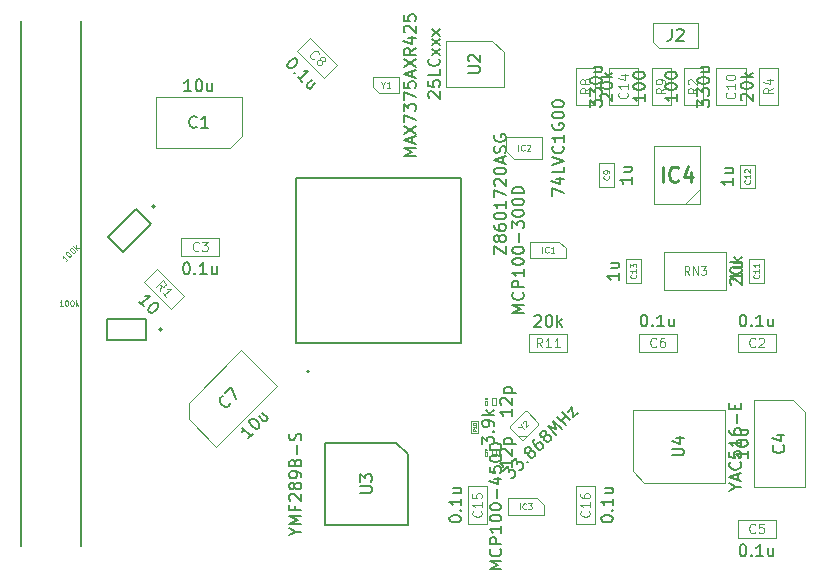
<source format=gbr>
G04 #@! TF.GenerationSoftware,KiCad,Pcbnew,(5.1.10)-1*
G04 #@! TF.CreationDate,2021-11-29T12:29:17+00:00*
G04 #@! TF.ProjectId,pc_card_sound_barker,70635f63-6172-4645-9f73-6f756e645f62,rev?*
G04 #@! TF.SameCoordinates,Original*
G04 #@! TF.FileFunction,Other,Fab,Top*
%FSLAX46Y46*%
G04 Gerber Fmt 4.6, Leading zero omitted, Abs format (unit mm)*
G04 Created by KiCad (PCBNEW (5.1.10)-1) date 2021-11-29 12:29:17*
%MOMM*%
%LPD*%
G01*
G04 APERTURE LIST*
%ADD10C,0.200000*%
%ADD11C,0.127000*%
%ADD12C,0.100000*%
%ADD13C,0.150000*%
%ADD14C,0.152400*%
%ADD15C,0.120000*%
%ADD16C,0.254000*%
%ADD17C,0.105000*%
%ADD18C,0.075000*%
%ADD19C,0.040000*%
%ADD20C,0.080000*%
G04 APERTURE END LIST*
D10*
G04 #@! TO.C,U1*
X124910000Y-88135000D02*
G75*
G03*
X124910000Y-88135000I-100000J0D01*
G01*
D11*
X137810000Y-71740000D02*
X137810000Y-85740000D01*
X123810000Y-71740000D02*
X123810000Y-85740000D01*
X137810000Y-71740000D02*
X123810000Y-71740000D01*
X137810000Y-85740000D02*
X123810000Y-85740000D01*
G04 #@! TO.C,RN2*
X111154000Y-85462000D02*
X107794000Y-85462000D01*
X107794000Y-85462000D02*
X107794000Y-83702000D01*
X107794000Y-83702000D02*
X111154000Y-83702000D01*
X111154000Y-83702000D02*
X111154000Y-85462000D01*
D10*
X112444000Y-84582000D02*
G75*
G03*
X112444000Y-84582000I-100000J0D01*
G01*
D11*
G04 #@! TO.C,RN1*
X111538193Y-75634315D02*
X109162315Y-78010193D01*
X109162315Y-78010193D02*
X107917807Y-76765685D01*
X107917807Y-76765685D02*
X110293685Y-74389807D01*
X110293685Y-74389807D02*
X111538193Y-75634315D01*
D10*
X111857395Y-74170604D02*
G75*
G03*
X111857395Y-74170604I-99999J0D01*
G01*
D12*
G04 #@! TO.C,IC4*
X158033000Y-73951000D02*
X154133000Y-73951000D01*
X154133000Y-73951000D02*
X154133000Y-69051000D01*
X154133000Y-69051000D02*
X158033000Y-69051000D01*
X158033000Y-69051000D02*
X158033000Y-73951000D01*
X158033000Y-72681000D02*
X156763000Y-73951000D01*
G04 #@! TO.C,C5*
X161214000Y-102273000D02*
X161214000Y-100673000D01*
X161214000Y-100673000D02*
X164414000Y-100673000D01*
X164414000Y-100673000D02*
X164414000Y-102273000D01*
X164414000Y-102273000D02*
X161214000Y-102273000D01*
G04 #@! TO.C,RN3*
X155007000Y-81229000D02*
X160207000Y-81229000D01*
X160207000Y-81229000D02*
X160207000Y-78029000D01*
X160207000Y-78029000D02*
X155007000Y-78029000D01*
X155007000Y-78029000D02*
X155007000Y-81229000D01*
G04 #@! TO.C,IC2*
X142229000Y-70115000D02*
X141579000Y-69465000D01*
X141579000Y-68315000D02*
X141579000Y-69465000D01*
X142229000Y-70115000D02*
X144679000Y-70115000D01*
X144679000Y-68315000D02*
X144679000Y-70115000D01*
X141579000Y-68315000D02*
X144679000Y-68315000D01*
G04 #@! TO.C,R11*
X146761000Y-84925000D02*
X146761000Y-86525000D01*
X146761000Y-86525000D02*
X143561000Y-86525000D01*
X143561000Y-86525000D02*
X143561000Y-84925000D01*
X143561000Y-84925000D02*
X146761000Y-84925000D01*
G04 #@! TO.C,IC3*
X141736000Y-98868000D02*
X141736000Y-100268000D01*
X144776000Y-100268000D02*
X141736000Y-100268000D01*
X144206000Y-98868000D02*
X144776000Y-99418000D01*
X144776000Y-99418000D02*
X144776000Y-100268000D01*
X144206000Y-98868000D02*
X141756000Y-98868000D01*
G04 #@! TO.C,Y1*
X130345000Y-64061000D02*
X130845000Y-64561000D01*
X132545000Y-63211000D02*
X132545000Y-64561000D01*
X130345000Y-63211000D02*
X132545000Y-63211000D01*
X130845000Y-64561000D02*
X132545000Y-64561000D01*
X130345000Y-63211000D02*
X130345000Y-64061000D01*
G04 #@! TO.C,C8*
X126168685Y-63292056D02*
X123905944Y-61029315D01*
X127300056Y-62160685D02*
X126168685Y-63292056D01*
X125037315Y-59897944D02*
X127300056Y-62160685D01*
X123905944Y-61029315D02*
X125037315Y-59897944D01*
G04 #@! TO.C,R10*
X139208000Y-93362000D02*
X138668000Y-93362000D01*
X138668000Y-93362000D02*
X138668000Y-92312000D01*
X138668000Y-92312000D02*
X139208000Y-92312000D01*
X139208000Y-92312000D02*
X139208000Y-93362000D01*
G04 #@! TO.C,C18*
X140739000Y-90978000D02*
X140439000Y-90978000D01*
X140439000Y-90978000D02*
X140439000Y-90378000D01*
X140439000Y-90378000D02*
X140739000Y-90378000D01*
X140739000Y-90378000D02*
X140739000Y-90978000D01*
G04 #@! TO.C,C17*
X140739000Y-95296000D02*
X140439000Y-95296000D01*
X140439000Y-95296000D02*
X140439000Y-94696000D01*
X140439000Y-94696000D02*
X140739000Y-94696000D01*
X140739000Y-94696000D02*
X140739000Y-95296000D01*
G04 #@! TO.C,Y2*
X141926918Y-92780711D02*
X143199711Y-91507918D01*
X143199711Y-91507918D02*
X143341132Y-91507918D01*
X143341132Y-91507918D02*
X144331082Y-92497868D01*
X144331082Y-92497868D02*
X144331082Y-92639289D01*
X144331082Y-92639289D02*
X143058289Y-93912082D01*
X143058289Y-93912082D02*
X142916868Y-93912082D01*
X142916868Y-93912082D02*
X141926918Y-92922132D01*
X141926918Y-92922132D02*
X141926918Y-92780711D01*
X142634025Y-93629239D02*
X143341132Y-93629239D01*
G04 #@! TO.C,IC1*
X146111000Y-77151000D02*
X143661000Y-77151000D01*
X146681000Y-77701000D02*
X146681000Y-78551000D01*
X146111000Y-77151000D02*
X146681000Y-77701000D01*
X146681000Y-78551000D02*
X143641000Y-78551000D01*
X143641000Y-77151000D02*
X143641000Y-78551000D01*
G04 #@! TO.C,R2*
X156640400Y-62408000D02*
X158240400Y-62408000D01*
X158240400Y-62408000D02*
X158240400Y-65608000D01*
X158240400Y-65608000D02*
X156640400Y-65608000D01*
X156640400Y-65608000D02*
X156640400Y-62408000D01*
G04 #@! TO.C,C10*
X159385200Y-62408000D02*
X161885200Y-62408000D01*
X161885200Y-62408000D02*
X161885200Y-65608000D01*
X161885200Y-65608000D02*
X159385200Y-65608000D01*
X159385200Y-65608000D02*
X159385200Y-62408000D01*
G04 #@! TO.C,R9*
X153925600Y-62408000D02*
X155525600Y-62408000D01*
X155525600Y-62408000D02*
X155525600Y-65608000D01*
X155525600Y-65608000D02*
X153925600Y-65608000D01*
X153925600Y-65608000D02*
X153925600Y-62408000D01*
G04 #@! TO.C,J2*
X154051000Y-60215000D02*
X154051000Y-58640000D01*
X154051000Y-58640000D02*
X157861000Y-58640000D01*
X157861000Y-58640000D02*
X157861000Y-60740000D01*
X157861000Y-60740000D02*
X154576000Y-60740000D01*
X154576000Y-60740000D02*
X154051000Y-60215000D01*
G04 #@! TO.C,C14*
X150280800Y-62408000D02*
X152780800Y-62408000D01*
X152780800Y-62408000D02*
X152780800Y-65608000D01*
X152780800Y-65608000D02*
X150280800Y-65608000D01*
X150280800Y-65608000D02*
X150280800Y-62408000D01*
G04 #@! TO.C,R8*
X149136000Y-62408000D02*
X149136000Y-65608000D01*
X147536000Y-62408000D02*
X149136000Y-62408000D01*
X147536000Y-65608000D02*
X147536000Y-62408000D01*
X149136000Y-65608000D02*
X147536000Y-65608000D01*
G04 #@! TO.C,R4*
X163030000Y-62408000D02*
X164630000Y-62408000D01*
X164630000Y-62408000D02*
X164630000Y-65608000D01*
X164630000Y-65608000D02*
X163030000Y-65608000D01*
X163030000Y-65608000D02*
X163030000Y-62408000D01*
G04 #@! TO.C,C16*
X149136000Y-101041000D02*
X147536000Y-101041000D01*
X147536000Y-101041000D02*
X147536000Y-97841000D01*
X147536000Y-97841000D02*
X149136000Y-97841000D01*
X149136000Y-97841000D02*
X149136000Y-101041000D01*
G04 #@! TO.C,C15*
X138392000Y-97841000D02*
X139992000Y-97841000D01*
X139992000Y-97841000D02*
X139992000Y-101041000D01*
X139992000Y-101041000D02*
X138392000Y-101041000D01*
X138392000Y-101041000D02*
X138392000Y-97841000D01*
G04 #@! TO.C,C13*
X151775000Y-78634000D02*
X153025000Y-78634000D01*
X153025000Y-78634000D02*
X153025000Y-80634000D01*
X153025000Y-80634000D02*
X151775000Y-80634000D01*
X151775000Y-80634000D02*
X151775000Y-78634000D01*
G04 #@! TO.C,C12*
X161427000Y-70628000D02*
X162677000Y-70628000D01*
X162677000Y-70628000D02*
X162677000Y-72628000D01*
X162677000Y-72628000D02*
X161427000Y-72628000D01*
X161427000Y-72628000D02*
X161427000Y-70628000D01*
G04 #@! TO.C,C11*
X162189000Y-78634000D02*
X163439000Y-78634000D01*
X163439000Y-78634000D02*
X163439000Y-80634000D01*
X163439000Y-80634000D02*
X162189000Y-80634000D01*
X162189000Y-80634000D02*
X162189000Y-78634000D01*
G04 #@! TO.C,C9*
X150739000Y-72501000D02*
X149489000Y-72501000D01*
X149489000Y-72501000D02*
X149489000Y-70501000D01*
X149489000Y-70501000D02*
X150739000Y-70501000D01*
X150739000Y-70501000D02*
X150739000Y-72501000D01*
G04 #@! TO.C,C6*
X156032000Y-84925000D02*
X156032000Y-86525000D01*
X156032000Y-86525000D02*
X152832000Y-86525000D01*
X152832000Y-86525000D02*
X152832000Y-84925000D01*
X152832000Y-84925000D02*
X156032000Y-84925000D01*
G04 #@! TO.C,C3*
X114097000Y-78397000D02*
X114097000Y-76797000D01*
X114097000Y-76797000D02*
X117297000Y-76797000D01*
X117297000Y-76797000D02*
X117297000Y-78397000D01*
X117297000Y-78397000D02*
X114097000Y-78397000D01*
G04 #@! TO.C,C2*
X164414000Y-84925000D02*
X164414000Y-86525000D01*
X164414000Y-86525000D02*
X161214000Y-86525000D01*
X161214000Y-86525000D02*
X161214000Y-84925000D01*
X161214000Y-84925000D02*
X164414000Y-84925000D01*
G04 #@! TO.C,C4*
X162569000Y-97884000D02*
X166869000Y-97884000D01*
X162569000Y-90584000D02*
X162569000Y-97884000D01*
X165869000Y-90584000D02*
X162569000Y-90584000D01*
X166869000Y-91584000D02*
X165869000Y-90584000D01*
X166869000Y-97884000D02*
X166869000Y-91584000D01*
G04 #@! TO.C,R1*
X110951944Y-80587315D02*
X112083315Y-79455944D01*
X112083315Y-79455944D02*
X114346056Y-81718685D01*
X114346056Y-81718685D02*
X113214685Y-82850056D01*
X113214685Y-82850056D02*
X110951944Y-80587315D01*
G04 #@! TO.C,C7*
X119170660Y-86322781D02*
X114715887Y-90777553D01*
X114715887Y-90777553D02*
X114715887Y-92191767D01*
X114715887Y-92191767D02*
X117049340Y-94525219D01*
X117049340Y-94525219D02*
X122211219Y-89363340D01*
X122211219Y-89363340D02*
X119170660Y-86322781D01*
G04 #@! TO.C,C1*
X111920000Y-69206000D02*
X118220000Y-69206000D01*
X118220000Y-69206000D02*
X119220000Y-68206000D01*
X119220000Y-68206000D02*
X119220000Y-64906000D01*
X119220000Y-64906000D02*
X111920000Y-64906000D01*
X111920000Y-64906000D02*
X111920000Y-69206000D01*
G04 #@! TO.C,U4*
X152310000Y-96538000D02*
X152310000Y-91438000D01*
X152310000Y-91438000D02*
X160110000Y-91438000D01*
X160110000Y-91438000D02*
X160110000Y-97538000D01*
X160110000Y-97538000D02*
X153310000Y-97538000D01*
X153310000Y-97538000D02*
X152310000Y-96538000D01*
G04 #@! TO.C,U2*
X141388000Y-61128000D02*
X141388000Y-64053000D01*
X141388000Y-64053000D02*
X136488000Y-64053000D01*
X136488000Y-64053000D02*
X136488000Y-60153000D01*
X136488000Y-60153000D02*
X140413000Y-60153000D01*
X140413000Y-60153000D02*
X141388000Y-61128000D01*
D13*
G04 #@! TO.C,U3*
X133294000Y-95163000D02*
X133294000Y-101163000D01*
X133294000Y-101163000D02*
X126294000Y-101163000D01*
X126294000Y-101163000D02*
X126294000Y-94163000D01*
X126294000Y-94163000D02*
X132294000Y-94163000D01*
X132294000Y-94163000D02*
X133294000Y-95163000D01*
D14*
G04 #@! TO.C,J1*
X100490001Y-58496201D02*
X100490001Y-102946201D01*
X105570001Y-58496201D02*
X105570001Y-102946201D01*
G04 #@! TD*
G04 #@! TO.C,U1*
D13*
X140582380Y-78166428D02*
X140582380Y-77499761D01*
X141582380Y-78166428D01*
X141582380Y-77499761D01*
X141010952Y-76975952D02*
X140963333Y-77071190D01*
X140915714Y-77118809D01*
X140820476Y-77166428D01*
X140772857Y-77166428D01*
X140677619Y-77118809D01*
X140630000Y-77071190D01*
X140582380Y-76975952D01*
X140582380Y-76785476D01*
X140630000Y-76690238D01*
X140677619Y-76642619D01*
X140772857Y-76595000D01*
X140820476Y-76595000D01*
X140915714Y-76642619D01*
X140963333Y-76690238D01*
X141010952Y-76785476D01*
X141010952Y-76975952D01*
X141058571Y-77071190D01*
X141106190Y-77118809D01*
X141201428Y-77166428D01*
X141391904Y-77166428D01*
X141487142Y-77118809D01*
X141534761Y-77071190D01*
X141582380Y-76975952D01*
X141582380Y-76785476D01*
X141534761Y-76690238D01*
X141487142Y-76642619D01*
X141391904Y-76595000D01*
X141201428Y-76595000D01*
X141106190Y-76642619D01*
X141058571Y-76690238D01*
X141010952Y-76785476D01*
X140582380Y-75737857D02*
X140582380Y-75928333D01*
X140630000Y-76023571D01*
X140677619Y-76071190D01*
X140820476Y-76166428D01*
X141010952Y-76214047D01*
X141391904Y-76214047D01*
X141487142Y-76166428D01*
X141534761Y-76118809D01*
X141582380Y-76023571D01*
X141582380Y-75833095D01*
X141534761Y-75737857D01*
X141487142Y-75690238D01*
X141391904Y-75642619D01*
X141153809Y-75642619D01*
X141058571Y-75690238D01*
X141010952Y-75737857D01*
X140963333Y-75833095D01*
X140963333Y-76023571D01*
X141010952Y-76118809D01*
X141058571Y-76166428D01*
X141153809Y-76214047D01*
X140582380Y-75023571D02*
X140582380Y-74928333D01*
X140630000Y-74833095D01*
X140677619Y-74785476D01*
X140772857Y-74737857D01*
X140963333Y-74690238D01*
X141201428Y-74690238D01*
X141391904Y-74737857D01*
X141487142Y-74785476D01*
X141534761Y-74833095D01*
X141582380Y-74928333D01*
X141582380Y-75023571D01*
X141534761Y-75118809D01*
X141487142Y-75166428D01*
X141391904Y-75214047D01*
X141201428Y-75261666D01*
X140963333Y-75261666D01*
X140772857Y-75214047D01*
X140677619Y-75166428D01*
X140630000Y-75118809D01*
X140582380Y-75023571D01*
X141582380Y-73737857D02*
X141582380Y-74309285D01*
X141582380Y-74023571D02*
X140582380Y-74023571D01*
X140725238Y-74118809D01*
X140820476Y-74214047D01*
X140868095Y-74309285D01*
X140582380Y-73404523D02*
X140582380Y-72737857D01*
X141582380Y-73166428D01*
X140677619Y-72404523D02*
X140630000Y-72356904D01*
X140582380Y-72261666D01*
X140582380Y-72023571D01*
X140630000Y-71928333D01*
X140677619Y-71880714D01*
X140772857Y-71833095D01*
X140868095Y-71833095D01*
X141010952Y-71880714D01*
X141582380Y-72452142D01*
X141582380Y-71833095D01*
X140582380Y-71214047D02*
X140582380Y-71118809D01*
X140630000Y-71023571D01*
X140677619Y-70975952D01*
X140772857Y-70928333D01*
X140963333Y-70880714D01*
X141201428Y-70880714D01*
X141391904Y-70928333D01*
X141487142Y-70975952D01*
X141534761Y-71023571D01*
X141582380Y-71118809D01*
X141582380Y-71214047D01*
X141534761Y-71309285D01*
X141487142Y-71356904D01*
X141391904Y-71404523D01*
X141201428Y-71452142D01*
X140963333Y-71452142D01*
X140772857Y-71404523D01*
X140677619Y-71356904D01*
X140630000Y-71309285D01*
X140582380Y-71214047D01*
X141296666Y-70499761D02*
X141296666Y-70023571D01*
X141582380Y-70595000D02*
X140582380Y-70261666D01*
X141582380Y-69928333D01*
X141534761Y-69642619D02*
X141582380Y-69499761D01*
X141582380Y-69261666D01*
X141534761Y-69166428D01*
X141487142Y-69118809D01*
X141391904Y-69071190D01*
X141296666Y-69071190D01*
X141201428Y-69118809D01*
X141153809Y-69166428D01*
X141106190Y-69261666D01*
X141058571Y-69452142D01*
X141010952Y-69547380D01*
X140963333Y-69595000D01*
X140868095Y-69642619D01*
X140772857Y-69642619D01*
X140677619Y-69595000D01*
X140630000Y-69547380D01*
X140582380Y-69452142D01*
X140582380Y-69214047D01*
X140630000Y-69071190D01*
X140630000Y-68118809D02*
X140582380Y-68214047D01*
X140582380Y-68356904D01*
X140630000Y-68499761D01*
X140725238Y-68595000D01*
X140820476Y-68642619D01*
X141010952Y-68690238D01*
X141153809Y-68690238D01*
X141344285Y-68642619D01*
X141439523Y-68595000D01*
X141534761Y-68499761D01*
X141582380Y-68356904D01*
X141582380Y-68261666D01*
X141534761Y-68118809D01*
X141487142Y-68071190D01*
X141153809Y-68071190D01*
X141153809Y-68261666D01*
G04 #@! TO.C,RN2*
D15*
X104072684Y-82590942D02*
X103798398Y-82590942D01*
X103935541Y-82590942D02*
X103935541Y-82110942D01*
X103889827Y-82179514D01*
X103844112Y-82225228D01*
X103798398Y-82248085D01*
X104369827Y-82110942D02*
X104415541Y-82110942D01*
X104461255Y-82133800D01*
X104484112Y-82156657D01*
X104506970Y-82202371D01*
X104529827Y-82293800D01*
X104529827Y-82408085D01*
X104506970Y-82499514D01*
X104484112Y-82545228D01*
X104461255Y-82568085D01*
X104415541Y-82590942D01*
X104369827Y-82590942D01*
X104324112Y-82568085D01*
X104301255Y-82545228D01*
X104278398Y-82499514D01*
X104255541Y-82408085D01*
X104255541Y-82293800D01*
X104278398Y-82202371D01*
X104301255Y-82156657D01*
X104324112Y-82133800D01*
X104369827Y-82110942D01*
X104826970Y-82110942D02*
X104872684Y-82110942D01*
X104918398Y-82133800D01*
X104941255Y-82156657D01*
X104964112Y-82202371D01*
X104986970Y-82293800D01*
X104986970Y-82408085D01*
X104964112Y-82499514D01*
X104941255Y-82545228D01*
X104918398Y-82568085D01*
X104872684Y-82590942D01*
X104826970Y-82590942D01*
X104781255Y-82568085D01*
X104758398Y-82545228D01*
X104735541Y-82499514D01*
X104712684Y-82408085D01*
X104712684Y-82293800D01*
X104735541Y-82202371D01*
X104758398Y-82156657D01*
X104781255Y-82133800D01*
X104826970Y-82110942D01*
X105192684Y-82590942D02*
X105192684Y-82110942D01*
X105238398Y-82408085D02*
X105375541Y-82590942D01*
X105375541Y-82270942D02*
X105192684Y-82453800D01*
D13*
G04 #@! TO.C,RN1*
D15*
X104500803Y-78611417D02*
X104306853Y-78805366D01*
X104403828Y-78708391D02*
X104064417Y-78368980D01*
X104080579Y-78449792D01*
X104080579Y-78514442D01*
X104064417Y-78562929D01*
X104371503Y-78061894D02*
X104403828Y-78029569D01*
X104452315Y-78013406D01*
X104484640Y-78013406D01*
X104533128Y-78029569D01*
X104613940Y-78078056D01*
X104694752Y-78158868D01*
X104743239Y-78239680D01*
X104759402Y-78288168D01*
X104759402Y-78320493D01*
X104743239Y-78368980D01*
X104710915Y-78401305D01*
X104662427Y-78417467D01*
X104630102Y-78417467D01*
X104581615Y-78401305D01*
X104500803Y-78352818D01*
X104419991Y-78272005D01*
X104371503Y-78191193D01*
X104355341Y-78142706D01*
X104355341Y-78110381D01*
X104371503Y-78061894D01*
X104694752Y-77738645D02*
X104727077Y-77706320D01*
X104775564Y-77690157D01*
X104807889Y-77690157D01*
X104856376Y-77706320D01*
X104937189Y-77754807D01*
X105018001Y-77835619D01*
X105066488Y-77916432D01*
X105082651Y-77964919D01*
X105082651Y-77997244D01*
X105066488Y-78045731D01*
X105034163Y-78078056D01*
X104985676Y-78094219D01*
X104953351Y-78094219D01*
X104904864Y-78078056D01*
X104824052Y-78029569D01*
X104743239Y-77948757D01*
X104694752Y-77867944D01*
X104678590Y-77819457D01*
X104678590Y-77787132D01*
X104694752Y-77738645D01*
X105292762Y-77819457D02*
X104953351Y-77480046D01*
X105195788Y-77657833D02*
X105422062Y-77690157D01*
X105195788Y-77463883D02*
X105195788Y-77722482D01*
D13*
G04 #@! TO.C,IC4*
D16*
X154843238Y-72075523D02*
X154843238Y-70805523D01*
X156173714Y-71954571D02*
X156113238Y-72015047D01*
X155931809Y-72075523D01*
X155810857Y-72075523D01*
X155629428Y-72015047D01*
X155508476Y-71894095D01*
X155448000Y-71773142D01*
X155387523Y-71531238D01*
X155387523Y-71349809D01*
X155448000Y-71107904D01*
X155508476Y-70986952D01*
X155629428Y-70866000D01*
X155810857Y-70805523D01*
X155931809Y-70805523D01*
X156113238Y-70866000D01*
X156173714Y-70926476D01*
X157262285Y-71228857D02*
X157262285Y-72075523D01*
X156959904Y-70745047D02*
X156657523Y-71652190D01*
X157443714Y-71652190D01*
G04 #@! TO.C,C5*
D13*
X161599714Y-102775380D02*
X161694952Y-102775380D01*
X161790190Y-102823000D01*
X161837809Y-102870619D01*
X161885428Y-102965857D01*
X161933047Y-103156333D01*
X161933047Y-103394428D01*
X161885428Y-103584904D01*
X161837809Y-103680142D01*
X161790190Y-103727761D01*
X161694952Y-103775380D01*
X161599714Y-103775380D01*
X161504476Y-103727761D01*
X161456857Y-103680142D01*
X161409238Y-103584904D01*
X161361619Y-103394428D01*
X161361619Y-103156333D01*
X161409238Y-102965857D01*
X161456857Y-102870619D01*
X161504476Y-102823000D01*
X161599714Y-102775380D01*
X162361619Y-103680142D02*
X162409238Y-103727761D01*
X162361619Y-103775380D01*
X162314000Y-103727761D01*
X162361619Y-103680142D01*
X162361619Y-103775380D01*
X163361619Y-103775380D02*
X162790190Y-103775380D01*
X163075904Y-103775380D02*
X163075904Y-102775380D01*
X162980666Y-102918238D01*
X162885428Y-103013476D01*
X162790190Y-103061095D01*
X164218761Y-103108714D02*
X164218761Y-103775380D01*
X163790190Y-103108714D02*
X163790190Y-103632523D01*
X163837809Y-103727761D01*
X163933047Y-103775380D01*
X164075904Y-103775380D01*
X164171142Y-103727761D01*
X164218761Y-103680142D01*
D15*
X162680666Y-101758714D02*
X162642571Y-101796809D01*
X162528285Y-101834904D01*
X162452095Y-101834904D01*
X162337809Y-101796809D01*
X162261619Y-101720619D01*
X162223523Y-101644428D01*
X162185428Y-101492047D01*
X162185428Y-101377761D01*
X162223523Y-101225380D01*
X162261619Y-101149190D01*
X162337809Y-101073000D01*
X162452095Y-101034904D01*
X162528285Y-101034904D01*
X162642571Y-101073000D01*
X162680666Y-101111095D01*
X163404476Y-101034904D02*
X163023523Y-101034904D01*
X162985428Y-101415857D01*
X163023523Y-101377761D01*
X163099714Y-101339666D01*
X163290190Y-101339666D01*
X163366380Y-101377761D01*
X163404476Y-101415857D01*
X163442571Y-101492047D01*
X163442571Y-101682523D01*
X163404476Y-101758714D01*
X163366380Y-101796809D01*
X163290190Y-101834904D01*
X163099714Y-101834904D01*
X163023523Y-101796809D01*
X162985428Y-101758714D01*
G04 #@! TO.C,RN3*
D13*
X160654619Y-80795666D02*
X160607000Y-80748047D01*
X160559380Y-80652809D01*
X160559380Y-80414714D01*
X160607000Y-80319476D01*
X160654619Y-80271857D01*
X160749857Y-80224238D01*
X160845095Y-80224238D01*
X160987952Y-80271857D01*
X161559380Y-80843285D01*
X161559380Y-80224238D01*
X160559380Y-79605190D02*
X160559380Y-79509952D01*
X160607000Y-79414714D01*
X160654619Y-79367095D01*
X160749857Y-79319476D01*
X160940333Y-79271857D01*
X161178428Y-79271857D01*
X161368904Y-79319476D01*
X161464142Y-79367095D01*
X161511761Y-79414714D01*
X161559380Y-79509952D01*
X161559380Y-79605190D01*
X161511761Y-79700428D01*
X161464142Y-79748047D01*
X161368904Y-79795666D01*
X161178428Y-79843285D01*
X160940333Y-79843285D01*
X160749857Y-79795666D01*
X160654619Y-79748047D01*
X160607000Y-79700428D01*
X160559380Y-79605190D01*
X161559380Y-78843285D02*
X160559380Y-78843285D01*
X161178428Y-78748047D02*
X161559380Y-78462333D01*
X160892714Y-78462333D02*
X161273666Y-78843285D01*
D17*
X157123666Y-79945666D02*
X156890333Y-79612333D01*
X156723666Y-79945666D02*
X156723666Y-79245666D01*
X156990333Y-79245666D01*
X157057000Y-79279000D01*
X157090333Y-79312333D01*
X157123666Y-79379000D01*
X157123666Y-79479000D01*
X157090333Y-79545666D01*
X157057000Y-79579000D01*
X156990333Y-79612333D01*
X156723666Y-79612333D01*
X157423666Y-79945666D02*
X157423666Y-79245666D01*
X157823666Y-79945666D01*
X157823666Y-79245666D01*
X158090333Y-79245666D02*
X158523666Y-79245666D01*
X158290333Y-79512333D01*
X158390333Y-79512333D01*
X158457000Y-79545666D01*
X158490333Y-79579000D01*
X158523666Y-79645666D01*
X158523666Y-79812333D01*
X158490333Y-79879000D01*
X158457000Y-79912333D01*
X158390333Y-79945666D01*
X158190333Y-79945666D01*
X158123666Y-79912333D01*
X158090333Y-79879000D01*
G04 #@! TO.C,IC2*
D13*
X145481380Y-73286428D02*
X145481380Y-72619761D01*
X146481380Y-73048333D01*
X145814714Y-71810238D02*
X146481380Y-71810238D01*
X145433761Y-72048333D02*
X146148047Y-72286428D01*
X146148047Y-71667380D01*
X146481380Y-70810238D02*
X146481380Y-71286428D01*
X145481380Y-71286428D01*
X145481380Y-70619761D02*
X146481380Y-70286428D01*
X145481380Y-69953095D01*
X146386142Y-69048333D02*
X146433761Y-69095952D01*
X146481380Y-69238809D01*
X146481380Y-69334047D01*
X146433761Y-69476904D01*
X146338523Y-69572142D01*
X146243285Y-69619761D01*
X146052809Y-69667380D01*
X145909952Y-69667380D01*
X145719476Y-69619761D01*
X145624238Y-69572142D01*
X145529000Y-69476904D01*
X145481380Y-69334047D01*
X145481380Y-69238809D01*
X145529000Y-69095952D01*
X145576619Y-69048333D01*
X146481380Y-68095952D02*
X146481380Y-68667380D01*
X146481380Y-68381666D02*
X145481380Y-68381666D01*
X145624238Y-68476904D01*
X145719476Y-68572142D01*
X145767095Y-68667380D01*
X145529000Y-67143571D02*
X145481380Y-67238809D01*
X145481380Y-67381666D01*
X145529000Y-67524523D01*
X145624238Y-67619761D01*
X145719476Y-67667380D01*
X145909952Y-67715000D01*
X146052809Y-67715000D01*
X146243285Y-67667380D01*
X146338523Y-67619761D01*
X146433761Y-67524523D01*
X146481380Y-67381666D01*
X146481380Y-67286428D01*
X146433761Y-67143571D01*
X146386142Y-67095952D01*
X146052809Y-67095952D01*
X146052809Y-67286428D01*
X145481380Y-66476904D02*
X145481380Y-66381666D01*
X145529000Y-66286428D01*
X145576619Y-66238809D01*
X145671857Y-66191190D01*
X145862333Y-66143571D01*
X146100428Y-66143571D01*
X146290904Y-66191190D01*
X146386142Y-66238809D01*
X146433761Y-66286428D01*
X146481380Y-66381666D01*
X146481380Y-66476904D01*
X146433761Y-66572142D01*
X146386142Y-66619761D01*
X146290904Y-66667380D01*
X146100428Y-66715000D01*
X145862333Y-66715000D01*
X145671857Y-66667380D01*
X145576619Y-66619761D01*
X145529000Y-66572142D01*
X145481380Y-66476904D01*
X145481380Y-65524523D02*
X145481380Y-65429285D01*
X145529000Y-65334047D01*
X145576619Y-65286428D01*
X145671857Y-65238809D01*
X145862333Y-65191190D01*
X146100428Y-65191190D01*
X146290904Y-65238809D01*
X146386142Y-65286428D01*
X146433761Y-65334047D01*
X146481380Y-65429285D01*
X146481380Y-65524523D01*
X146433761Y-65619761D01*
X146386142Y-65667380D01*
X146290904Y-65715000D01*
X146100428Y-65762619D01*
X145862333Y-65762619D01*
X145671857Y-65715000D01*
X145576619Y-65667380D01*
X145529000Y-65619761D01*
X145481380Y-65524523D01*
D18*
X142640904Y-69441190D02*
X142640904Y-68941190D01*
X143164714Y-69393571D02*
X143140904Y-69417380D01*
X143069476Y-69441190D01*
X143021857Y-69441190D01*
X142950428Y-69417380D01*
X142902809Y-69369761D01*
X142879000Y-69322142D01*
X142855190Y-69226904D01*
X142855190Y-69155476D01*
X142879000Y-69060238D01*
X142902809Y-69012619D01*
X142950428Y-68965000D01*
X143021857Y-68941190D01*
X143069476Y-68941190D01*
X143140904Y-68965000D01*
X143164714Y-68988809D01*
X143355190Y-68988809D02*
X143379000Y-68965000D01*
X143426619Y-68941190D01*
X143545666Y-68941190D01*
X143593285Y-68965000D01*
X143617095Y-68988809D01*
X143640904Y-69036428D01*
X143640904Y-69084047D01*
X143617095Y-69155476D01*
X143331380Y-69441190D01*
X143640904Y-69441190D01*
G04 #@! TO.C,R11*
D13*
X143994333Y-83452619D02*
X144041952Y-83405000D01*
X144137190Y-83357380D01*
X144375285Y-83357380D01*
X144470523Y-83405000D01*
X144518142Y-83452619D01*
X144565761Y-83547857D01*
X144565761Y-83643095D01*
X144518142Y-83785952D01*
X143946714Y-84357380D01*
X144565761Y-84357380D01*
X145184809Y-83357380D02*
X145280047Y-83357380D01*
X145375285Y-83405000D01*
X145422904Y-83452619D01*
X145470523Y-83547857D01*
X145518142Y-83738333D01*
X145518142Y-83976428D01*
X145470523Y-84166904D01*
X145422904Y-84262142D01*
X145375285Y-84309761D01*
X145280047Y-84357380D01*
X145184809Y-84357380D01*
X145089571Y-84309761D01*
X145041952Y-84262142D01*
X144994333Y-84166904D01*
X144946714Y-83976428D01*
X144946714Y-83738333D01*
X144994333Y-83547857D01*
X145041952Y-83452619D01*
X145089571Y-83405000D01*
X145184809Y-83357380D01*
X145946714Y-84357380D02*
X145946714Y-83357380D01*
X146041952Y-83976428D02*
X146327666Y-84357380D01*
X146327666Y-83690714D02*
X145946714Y-84071666D01*
D15*
X144646714Y-86086904D02*
X144380047Y-85705952D01*
X144189571Y-86086904D02*
X144189571Y-85286904D01*
X144494333Y-85286904D01*
X144570523Y-85325000D01*
X144608619Y-85363095D01*
X144646714Y-85439285D01*
X144646714Y-85553571D01*
X144608619Y-85629761D01*
X144570523Y-85667857D01*
X144494333Y-85705952D01*
X144189571Y-85705952D01*
X145408619Y-86086904D02*
X144951476Y-86086904D01*
X145180047Y-86086904D02*
X145180047Y-85286904D01*
X145103857Y-85401190D01*
X145027666Y-85477380D01*
X144951476Y-85515476D01*
X146170523Y-86086904D02*
X145713380Y-86086904D01*
X145941952Y-86086904D02*
X145941952Y-85286904D01*
X145865761Y-85401190D01*
X145789571Y-85477380D01*
X145713380Y-85515476D01*
G04 #@! TO.C,IC3*
D13*
X141208380Y-104877523D02*
X140208380Y-104877523D01*
X140922666Y-104544190D01*
X140208380Y-104210857D01*
X141208380Y-104210857D01*
X141113142Y-103163238D02*
X141160761Y-103210857D01*
X141208380Y-103353714D01*
X141208380Y-103448952D01*
X141160761Y-103591809D01*
X141065523Y-103687047D01*
X140970285Y-103734666D01*
X140779809Y-103782285D01*
X140636952Y-103782285D01*
X140446476Y-103734666D01*
X140351238Y-103687047D01*
X140256000Y-103591809D01*
X140208380Y-103448952D01*
X140208380Y-103353714D01*
X140256000Y-103210857D01*
X140303619Y-103163238D01*
X141208380Y-102734666D02*
X140208380Y-102734666D01*
X140208380Y-102353714D01*
X140256000Y-102258476D01*
X140303619Y-102210857D01*
X140398857Y-102163238D01*
X140541714Y-102163238D01*
X140636952Y-102210857D01*
X140684571Y-102258476D01*
X140732190Y-102353714D01*
X140732190Y-102734666D01*
X141208380Y-101210857D02*
X141208380Y-101782285D01*
X141208380Y-101496571D02*
X140208380Y-101496571D01*
X140351238Y-101591809D01*
X140446476Y-101687047D01*
X140494095Y-101782285D01*
X140208380Y-100591809D02*
X140208380Y-100496571D01*
X140256000Y-100401333D01*
X140303619Y-100353714D01*
X140398857Y-100306095D01*
X140589333Y-100258476D01*
X140827428Y-100258476D01*
X141017904Y-100306095D01*
X141113142Y-100353714D01*
X141160761Y-100401333D01*
X141208380Y-100496571D01*
X141208380Y-100591809D01*
X141160761Y-100687047D01*
X141113142Y-100734666D01*
X141017904Y-100782285D01*
X140827428Y-100829904D01*
X140589333Y-100829904D01*
X140398857Y-100782285D01*
X140303619Y-100734666D01*
X140256000Y-100687047D01*
X140208380Y-100591809D01*
X140208380Y-99639428D02*
X140208380Y-99544190D01*
X140256000Y-99448952D01*
X140303619Y-99401333D01*
X140398857Y-99353714D01*
X140589333Y-99306095D01*
X140827428Y-99306095D01*
X141017904Y-99353714D01*
X141113142Y-99401333D01*
X141160761Y-99448952D01*
X141208380Y-99544190D01*
X141208380Y-99639428D01*
X141160761Y-99734666D01*
X141113142Y-99782285D01*
X141017904Y-99829904D01*
X140827428Y-99877523D01*
X140589333Y-99877523D01*
X140398857Y-99829904D01*
X140303619Y-99782285D01*
X140256000Y-99734666D01*
X140208380Y-99639428D01*
X140827428Y-98877523D02*
X140827428Y-98115619D01*
X140541714Y-97210857D02*
X141208380Y-97210857D01*
X140160761Y-97448952D02*
X140875047Y-97687047D01*
X140875047Y-97068000D01*
X140208380Y-96210857D02*
X140208380Y-96687047D01*
X140684571Y-96734666D01*
X140636952Y-96687047D01*
X140589333Y-96591809D01*
X140589333Y-96353714D01*
X140636952Y-96258476D01*
X140684571Y-96210857D01*
X140779809Y-96163238D01*
X141017904Y-96163238D01*
X141113142Y-96210857D01*
X141160761Y-96258476D01*
X141208380Y-96353714D01*
X141208380Y-96591809D01*
X141160761Y-96687047D01*
X141113142Y-96734666D01*
X140208380Y-95544190D02*
X140208380Y-95448952D01*
X140256000Y-95353714D01*
X140303619Y-95306095D01*
X140398857Y-95258476D01*
X140589333Y-95210857D01*
X140827428Y-95210857D01*
X141017904Y-95258476D01*
X141113142Y-95306095D01*
X141160761Y-95353714D01*
X141208380Y-95448952D01*
X141208380Y-95544190D01*
X141160761Y-95639428D01*
X141113142Y-95687047D01*
X141017904Y-95734666D01*
X140827428Y-95782285D01*
X140589333Y-95782285D01*
X140398857Y-95734666D01*
X140303619Y-95687047D01*
X140256000Y-95639428D01*
X140208380Y-95544190D01*
X141208380Y-94782285D02*
X140208380Y-94782285D01*
X140208380Y-94544190D01*
X140256000Y-94401333D01*
X140351238Y-94306095D01*
X140446476Y-94258476D01*
X140636952Y-94210857D01*
X140779809Y-94210857D01*
X140970285Y-94258476D01*
X141065523Y-94306095D01*
X141160761Y-94401333D01*
X141208380Y-94544190D01*
X141208380Y-94782285D01*
D18*
X142767904Y-99794190D02*
X142767904Y-99294190D01*
X143291714Y-99746571D02*
X143267904Y-99770380D01*
X143196476Y-99794190D01*
X143148857Y-99794190D01*
X143077428Y-99770380D01*
X143029809Y-99722761D01*
X143006000Y-99675142D01*
X142982190Y-99579904D01*
X142982190Y-99508476D01*
X143006000Y-99413238D01*
X143029809Y-99365619D01*
X143077428Y-99318000D01*
X143148857Y-99294190D01*
X143196476Y-99294190D01*
X143267904Y-99318000D01*
X143291714Y-99341809D01*
X143458380Y-99294190D02*
X143767904Y-99294190D01*
X143601238Y-99484666D01*
X143672666Y-99484666D01*
X143720285Y-99508476D01*
X143744095Y-99532285D01*
X143767904Y-99579904D01*
X143767904Y-99698952D01*
X143744095Y-99746571D01*
X143720285Y-99770380D01*
X143672666Y-99794190D01*
X143529809Y-99794190D01*
X143482190Y-99770380D01*
X143458380Y-99746571D01*
G04 #@! TO.C,Y1*
D13*
X133947380Y-69907190D02*
X132947380Y-69907190D01*
X133661666Y-69573857D01*
X132947380Y-69240523D01*
X133947380Y-69240523D01*
X133661666Y-68811952D02*
X133661666Y-68335761D01*
X133947380Y-68907190D02*
X132947380Y-68573857D01*
X133947380Y-68240523D01*
X132947380Y-68002428D02*
X133947380Y-67335761D01*
X132947380Y-67335761D02*
X133947380Y-68002428D01*
X132947380Y-67050047D02*
X132947380Y-66383380D01*
X133947380Y-66811952D01*
X132947380Y-66097666D02*
X132947380Y-65478619D01*
X133328333Y-65811952D01*
X133328333Y-65669095D01*
X133375952Y-65573857D01*
X133423571Y-65526238D01*
X133518809Y-65478619D01*
X133756904Y-65478619D01*
X133852142Y-65526238D01*
X133899761Y-65573857D01*
X133947380Y-65669095D01*
X133947380Y-65954809D01*
X133899761Y-66050047D01*
X133852142Y-66097666D01*
X132947380Y-65145285D02*
X132947380Y-64478619D01*
X133947380Y-64907190D01*
X132947380Y-63621476D02*
X132947380Y-64097666D01*
X133423571Y-64145285D01*
X133375952Y-64097666D01*
X133328333Y-64002428D01*
X133328333Y-63764333D01*
X133375952Y-63669095D01*
X133423571Y-63621476D01*
X133518809Y-63573857D01*
X133756904Y-63573857D01*
X133852142Y-63621476D01*
X133899761Y-63669095D01*
X133947380Y-63764333D01*
X133947380Y-64002428D01*
X133899761Y-64097666D01*
X133852142Y-64145285D01*
X133661666Y-63192904D02*
X133661666Y-62716714D01*
X133947380Y-63288142D02*
X132947380Y-62954809D01*
X133947380Y-62621476D01*
X132947380Y-62383380D02*
X133947380Y-61716714D01*
X132947380Y-61716714D02*
X133947380Y-62383380D01*
X133947380Y-60764333D02*
X133471190Y-61097666D01*
X133947380Y-61335761D02*
X132947380Y-61335761D01*
X132947380Y-60954809D01*
X132995000Y-60859571D01*
X133042619Y-60811952D01*
X133137857Y-60764333D01*
X133280714Y-60764333D01*
X133375952Y-60811952D01*
X133423571Y-60859571D01*
X133471190Y-60954809D01*
X133471190Y-61335761D01*
X133280714Y-59907190D02*
X133947380Y-59907190D01*
X132899761Y-60145285D02*
X133614047Y-60383380D01*
X133614047Y-59764333D01*
X133042619Y-59431000D02*
X132995000Y-59383380D01*
X132947380Y-59288142D01*
X132947380Y-59050047D01*
X132995000Y-58954809D01*
X133042619Y-58907190D01*
X133137857Y-58859571D01*
X133233095Y-58859571D01*
X133375952Y-58907190D01*
X133947380Y-59478619D01*
X133947380Y-58859571D01*
X132947380Y-57954809D02*
X132947380Y-58431000D01*
X133423571Y-58478619D01*
X133375952Y-58431000D01*
X133328333Y-58335761D01*
X133328333Y-58097666D01*
X133375952Y-58002428D01*
X133423571Y-57954809D01*
X133518809Y-57907190D01*
X133756904Y-57907190D01*
X133852142Y-57954809D01*
X133899761Y-58002428D01*
X133947380Y-58097666D01*
X133947380Y-58335761D01*
X133899761Y-58431000D01*
X133852142Y-58478619D01*
D18*
X131206904Y-63869095D02*
X131206904Y-64107190D01*
X131040238Y-63607190D02*
X131206904Y-63869095D01*
X131373571Y-63607190D01*
X131802142Y-64107190D02*
X131516428Y-64107190D01*
X131659285Y-64107190D02*
X131659285Y-63607190D01*
X131611666Y-63678619D01*
X131564047Y-63726238D01*
X131516428Y-63750047D01*
G04 #@! TO.C,C8*
D13*
X123823447Y-61657293D02*
X123890790Y-61724636D01*
X123924462Y-61825651D01*
X123924462Y-61892995D01*
X123890790Y-61994010D01*
X123789775Y-62162369D01*
X123621416Y-62330728D01*
X123453058Y-62431743D01*
X123352042Y-62465415D01*
X123284699Y-62465415D01*
X123183684Y-62431743D01*
X123116340Y-62364399D01*
X123082668Y-62263384D01*
X123082668Y-62196041D01*
X123116340Y-62095025D01*
X123217355Y-61926667D01*
X123385714Y-61758308D01*
X123554073Y-61657293D01*
X123655088Y-61623621D01*
X123722432Y-61623621D01*
X123823447Y-61657293D01*
X123722432Y-62835804D02*
X123722432Y-62903147D01*
X123655088Y-62903148D01*
X123655088Y-62835804D01*
X123722432Y-62835804D01*
X123655088Y-62903148D01*
X124362195Y-63610254D02*
X123958134Y-63206193D01*
X124160164Y-63408224D02*
X124867271Y-62701117D01*
X124698913Y-62734789D01*
X124564226Y-62734789D01*
X124463210Y-62701117D01*
X125439691Y-63744941D02*
X124968287Y-64216346D01*
X125136645Y-63441896D02*
X124766256Y-63812285D01*
X124732584Y-63913300D01*
X124766256Y-64014315D01*
X124867271Y-64115331D01*
X124968287Y-64149002D01*
X125035630Y-64149002D01*
D15*
X125306688Y-61702749D02*
X125252813Y-61702749D01*
X125145064Y-61648874D01*
X125091189Y-61594999D01*
X125037314Y-61487250D01*
X125037314Y-61379500D01*
X125064251Y-61298688D01*
X125145064Y-61164001D01*
X125225876Y-61083189D01*
X125360563Y-61002377D01*
X125441375Y-60975439D01*
X125549125Y-60975439D01*
X125656874Y-61029314D01*
X125710749Y-61083189D01*
X125764624Y-61190938D01*
X125764624Y-61244813D01*
X125899311Y-61756624D02*
X125872374Y-61675812D01*
X125872374Y-61621937D01*
X125899311Y-61541125D01*
X125926248Y-61514187D01*
X126007061Y-61487250D01*
X126060935Y-61487250D01*
X126141748Y-61514187D01*
X126249497Y-61621937D01*
X126276435Y-61702749D01*
X126276435Y-61756624D01*
X126249497Y-61837436D01*
X126222560Y-61864374D01*
X126141748Y-61891311D01*
X126087873Y-61891311D01*
X126007061Y-61864374D01*
X125899311Y-61756624D01*
X125818499Y-61729687D01*
X125764624Y-61729687D01*
X125683812Y-61756624D01*
X125576062Y-61864374D01*
X125549125Y-61945186D01*
X125549125Y-61999061D01*
X125576062Y-62079873D01*
X125683812Y-62187622D01*
X125764624Y-62214560D01*
X125818499Y-62214560D01*
X125899311Y-62187622D01*
X126007061Y-62079873D01*
X126033998Y-61999061D01*
X126033998Y-61945186D01*
X126007061Y-61864374D01*
G04 #@! TO.C,R10*
D13*
X139560380Y-94289380D02*
X139560380Y-93670333D01*
X139941333Y-94003666D01*
X139941333Y-93860809D01*
X139988952Y-93765571D01*
X140036571Y-93717952D01*
X140131809Y-93670333D01*
X140369904Y-93670333D01*
X140465142Y-93717952D01*
X140512761Y-93765571D01*
X140560380Y-93860809D01*
X140560380Y-94146523D01*
X140512761Y-94241761D01*
X140465142Y-94289380D01*
X140465142Y-93241761D02*
X140512761Y-93194142D01*
X140560380Y-93241761D01*
X140512761Y-93289380D01*
X140465142Y-93241761D01*
X140560380Y-93241761D01*
X140560380Y-92717952D02*
X140560380Y-92527476D01*
X140512761Y-92432238D01*
X140465142Y-92384619D01*
X140322285Y-92289380D01*
X140131809Y-92241761D01*
X139750857Y-92241761D01*
X139655619Y-92289380D01*
X139608000Y-92337000D01*
X139560380Y-92432238D01*
X139560380Y-92622714D01*
X139608000Y-92717952D01*
X139655619Y-92765571D01*
X139750857Y-92813190D01*
X139988952Y-92813190D01*
X140084190Y-92765571D01*
X140131809Y-92717952D01*
X140179428Y-92622714D01*
X140179428Y-92432238D01*
X140131809Y-92337000D01*
X140084190Y-92289380D01*
X139988952Y-92241761D01*
X140560380Y-91813190D02*
X139560380Y-91813190D01*
X140179428Y-91717952D02*
X140560380Y-91432238D01*
X139893714Y-91432238D02*
X140274666Y-91813190D01*
D19*
X139055619Y-93004142D02*
X138931809Y-93090809D01*
X139055619Y-93152714D02*
X138795619Y-93152714D01*
X138795619Y-93053666D01*
X138808000Y-93028904D01*
X138820380Y-93016523D01*
X138845142Y-93004142D01*
X138882285Y-93004142D01*
X138907047Y-93016523D01*
X138919428Y-93028904D01*
X138931809Y-93053666D01*
X138931809Y-93152714D01*
X139055619Y-92756523D02*
X139055619Y-92905095D01*
X139055619Y-92830809D02*
X138795619Y-92830809D01*
X138832761Y-92855571D01*
X138857523Y-92880333D01*
X138869904Y-92905095D01*
X138795619Y-92595571D02*
X138795619Y-92570809D01*
X138808000Y-92546047D01*
X138820380Y-92533666D01*
X138845142Y-92521285D01*
X138894666Y-92508904D01*
X138956571Y-92508904D01*
X139006095Y-92521285D01*
X139030857Y-92533666D01*
X139043238Y-92546047D01*
X139055619Y-92570809D01*
X139055619Y-92595571D01*
X139043238Y-92620333D01*
X139030857Y-92632714D01*
X139006095Y-92645095D01*
X138956571Y-92657476D01*
X138894666Y-92657476D01*
X138845142Y-92645095D01*
X138820380Y-92632714D01*
X138808000Y-92620333D01*
X138795619Y-92595571D01*
G04 #@! TO.C,C18*
D13*
X142091380Y-91320857D02*
X142091380Y-91892285D01*
X142091380Y-91606571D02*
X141091380Y-91606571D01*
X141234238Y-91701809D01*
X141329476Y-91797047D01*
X141377095Y-91892285D01*
X141186619Y-90939904D02*
X141139000Y-90892285D01*
X141091380Y-90797047D01*
X141091380Y-90558952D01*
X141139000Y-90463714D01*
X141186619Y-90416095D01*
X141281857Y-90368476D01*
X141377095Y-90368476D01*
X141519952Y-90416095D01*
X142091380Y-90987523D01*
X142091380Y-90368476D01*
X141424714Y-89939904D02*
X142424714Y-89939904D01*
X141472333Y-89939904D02*
X141424714Y-89844666D01*
X141424714Y-89654190D01*
X141472333Y-89558952D01*
X141519952Y-89511333D01*
X141615190Y-89463714D01*
X141900904Y-89463714D01*
X141996142Y-89511333D01*
X142043761Y-89558952D01*
X142091380Y-89654190D01*
X142091380Y-89844666D01*
X142043761Y-89939904D01*
D19*
X139998285Y-90838714D02*
X140010190Y-90850619D01*
X140022095Y-90886333D01*
X140022095Y-90910142D01*
X140010190Y-90945857D01*
X139986380Y-90969666D01*
X139962571Y-90981571D01*
X139914952Y-90993476D01*
X139879238Y-90993476D01*
X139831619Y-90981571D01*
X139807809Y-90969666D01*
X139784000Y-90945857D01*
X139772095Y-90910142D01*
X139772095Y-90886333D01*
X139784000Y-90850619D01*
X139795904Y-90838714D01*
X140022095Y-90600619D02*
X140022095Y-90743476D01*
X140022095Y-90672047D02*
X139772095Y-90672047D01*
X139807809Y-90695857D01*
X139831619Y-90719666D01*
X139843523Y-90743476D01*
X139879238Y-90457761D02*
X139867333Y-90481571D01*
X139855428Y-90493476D01*
X139831619Y-90505380D01*
X139819714Y-90505380D01*
X139795904Y-90493476D01*
X139784000Y-90481571D01*
X139772095Y-90457761D01*
X139772095Y-90410142D01*
X139784000Y-90386333D01*
X139795904Y-90374428D01*
X139819714Y-90362523D01*
X139831619Y-90362523D01*
X139855428Y-90374428D01*
X139867333Y-90386333D01*
X139879238Y-90410142D01*
X139879238Y-90457761D01*
X139891142Y-90481571D01*
X139903047Y-90493476D01*
X139926857Y-90505380D01*
X139974476Y-90505380D01*
X139998285Y-90493476D01*
X140010190Y-90481571D01*
X140022095Y-90457761D01*
X140022095Y-90410142D01*
X140010190Y-90386333D01*
X139998285Y-90374428D01*
X139974476Y-90362523D01*
X139926857Y-90362523D01*
X139903047Y-90374428D01*
X139891142Y-90386333D01*
X139879238Y-90410142D01*
G04 #@! TO.C,C17*
D13*
X142091380Y-95638857D02*
X142091380Y-96210285D01*
X142091380Y-95924571D02*
X141091380Y-95924571D01*
X141234238Y-96019809D01*
X141329476Y-96115047D01*
X141377095Y-96210285D01*
X141186619Y-95257904D02*
X141139000Y-95210285D01*
X141091380Y-95115047D01*
X141091380Y-94876952D01*
X141139000Y-94781714D01*
X141186619Y-94734095D01*
X141281857Y-94686476D01*
X141377095Y-94686476D01*
X141519952Y-94734095D01*
X142091380Y-95305523D01*
X142091380Y-94686476D01*
X141424714Y-94257904D02*
X142424714Y-94257904D01*
X141472333Y-94257904D02*
X141424714Y-94162666D01*
X141424714Y-93972190D01*
X141472333Y-93876952D01*
X141519952Y-93829333D01*
X141615190Y-93781714D01*
X141900904Y-93781714D01*
X141996142Y-93829333D01*
X142043761Y-93876952D01*
X142091380Y-93972190D01*
X142091380Y-94162666D01*
X142043761Y-94257904D01*
D19*
X139998285Y-95156714D02*
X140010190Y-95168619D01*
X140022095Y-95204333D01*
X140022095Y-95228142D01*
X140010190Y-95263857D01*
X139986380Y-95287666D01*
X139962571Y-95299571D01*
X139914952Y-95311476D01*
X139879238Y-95311476D01*
X139831619Y-95299571D01*
X139807809Y-95287666D01*
X139784000Y-95263857D01*
X139772095Y-95228142D01*
X139772095Y-95204333D01*
X139784000Y-95168619D01*
X139795904Y-95156714D01*
X140022095Y-94918619D02*
X140022095Y-95061476D01*
X140022095Y-94990047D02*
X139772095Y-94990047D01*
X139807809Y-95013857D01*
X139831619Y-95037666D01*
X139843523Y-95061476D01*
X139772095Y-94835285D02*
X139772095Y-94668619D01*
X140022095Y-94775761D01*
G04 #@! TO.C,Y2*
D13*
X141344397Y-96548580D02*
X141782130Y-96110847D01*
X141815802Y-96615923D01*
X141916817Y-96514908D01*
X142017832Y-96481236D01*
X142085176Y-96481236D01*
X142186191Y-96514908D01*
X142354550Y-96683267D01*
X142388221Y-96784282D01*
X142388221Y-96851625D01*
X142354550Y-96952641D01*
X142152519Y-97154671D01*
X142051504Y-97188343D01*
X141984160Y-97188343D01*
X142017832Y-95875145D02*
X142455565Y-95437412D01*
X142489237Y-95942488D01*
X142590252Y-95841473D01*
X142691267Y-95807801D01*
X142758611Y-95807801D01*
X142859626Y-95841473D01*
X143027985Y-96009832D01*
X143061656Y-96110847D01*
X143061656Y-96178190D01*
X143027985Y-96279206D01*
X142825954Y-96481236D01*
X142724939Y-96514908D01*
X142657595Y-96514908D01*
X143398374Y-95774129D02*
X143465717Y-95774129D01*
X143465717Y-95841473D01*
X143398374Y-95841473D01*
X143398374Y-95774129D01*
X143465717Y-95841473D01*
X143499389Y-94999679D02*
X143398374Y-95033351D01*
X143331030Y-95033351D01*
X143230015Y-94999679D01*
X143196343Y-94966007D01*
X143162672Y-94864992D01*
X143162672Y-94797649D01*
X143196343Y-94696633D01*
X143331030Y-94561946D01*
X143432046Y-94528275D01*
X143499389Y-94528275D01*
X143600404Y-94561946D01*
X143634076Y-94595618D01*
X143667748Y-94696633D01*
X143667748Y-94763977D01*
X143634076Y-94864992D01*
X143499389Y-94999679D01*
X143465717Y-95100694D01*
X143465717Y-95168038D01*
X143499389Y-95269053D01*
X143634076Y-95403740D01*
X143735091Y-95437412D01*
X143802435Y-95437412D01*
X143903450Y-95403740D01*
X144038137Y-95269053D01*
X144071809Y-95168038D01*
X144071809Y-95100694D01*
X144038137Y-94999679D01*
X143903450Y-94864992D01*
X143802435Y-94831320D01*
X143735091Y-94831320D01*
X143634076Y-94864992D01*
X144071809Y-93821168D02*
X143937122Y-93955855D01*
X143903450Y-94056870D01*
X143903450Y-94124214D01*
X143937122Y-94292572D01*
X144038137Y-94460931D01*
X144307511Y-94730305D01*
X144408526Y-94763977D01*
X144475870Y-94763977D01*
X144576885Y-94730305D01*
X144711572Y-94595618D01*
X144745244Y-94494603D01*
X144745244Y-94427259D01*
X144711572Y-94326244D01*
X144543214Y-94157885D01*
X144442198Y-94124214D01*
X144374855Y-94124214D01*
X144273839Y-94157885D01*
X144139152Y-94292572D01*
X144105481Y-94393588D01*
X144105481Y-94460931D01*
X144139152Y-94561946D01*
X144846259Y-93652809D02*
X144745244Y-93686481D01*
X144677901Y-93686481D01*
X144576885Y-93652809D01*
X144543214Y-93619137D01*
X144509542Y-93518122D01*
X144509542Y-93450778D01*
X144543214Y-93349763D01*
X144677901Y-93215076D01*
X144778916Y-93181404D01*
X144846259Y-93181404D01*
X144947275Y-93215076D01*
X144980946Y-93248748D01*
X145014618Y-93349763D01*
X145014618Y-93417107D01*
X144980946Y-93518122D01*
X144846259Y-93652809D01*
X144812588Y-93753824D01*
X144812588Y-93821168D01*
X144846259Y-93922183D01*
X144980946Y-94056870D01*
X145081962Y-94090542D01*
X145149305Y-94090542D01*
X145250320Y-94056870D01*
X145385007Y-93922183D01*
X145418679Y-93821168D01*
X145418679Y-93753824D01*
X145385007Y-93652809D01*
X145250320Y-93518122D01*
X145149305Y-93484450D01*
X145081962Y-93484450D01*
X144980946Y-93518122D01*
X145822740Y-93484450D02*
X145115633Y-92777343D01*
X145856412Y-93046717D01*
X145587038Y-92305939D01*
X146294145Y-93013046D01*
X146630862Y-92676328D02*
X145923755Y-91969221D01*
X146260473Y-92305939D02*
X146664534Y-91901878D01*
X147034923Y-92272267D02*
X146327816Y-91565160D01*
X146832893Y-91531489D02*
X147203282Y-91161099D01*
X147304297Y-92002893D01*
X147674686Y-91632504D01*
D18*
X142952223Y-92869940D02*
X143120582Y-93038299D01*
X142649177Y-92802597D02*
X142952223Y-92869940D01*
X142884879Y-92566895D01*
X143019566Y-92499551D02*
X143019566Y-92465879D01*
X143036402Y-92415372D01*
X143120582Y-92331192D01*
X143171089Y-92314356D01*
X143204761Y-92314356D01*
X143255269Y-92331192D01*
X143288940Y-92364864D01*
X143322612Y-92432208D01*
X143322612Y-92836269D01*
X143541478Y-92617402D01*
G04 #@! TO.C,IC1*
D13*
X143113380Y-83160523D02*
X142113380Y-83160523D01*
X142827666Y-82827190D01*
X142113380Y-82493857D01*
X143113380Y-82493857D01*
X143018142Y-81446238D02*
X143065761Y-81493857D01*
X143113380Y-81636714D01*
X143113380Y-81731952D01*
X143065761Y-81874809D01*
X142970523Y-81970047D01*
X142875285Y-82017666D01*
X142684809Y-82065285D01*
X142541952Y-82065285D01*
X142351476Y-82017666D01*
X142256238Y-81970047D01*
X142161000Y-81874809D01*
X142113380Y-81731952D01*
X142113380Y-81636714D01*
X142161000Y-81493857D01*
X142208619Y-81446238D01*
X143113380Y-81017666D02*
X142113380Y-81017666D01*
X142113380Y-80636714D01*
X142161000Y-80541476D01*
X142208619Y-80493857D01*
X142303857Y-80446238D01*
X142446714Y-80446238D01*
X142541952Y-80493857D01*
X142589571Y-80541476D01*
X142637190Y-80636714D01*
X142637190Y-81017666D01*
X143113380Y-79493857D02*
X143113380Y-80065285D01*
X143113380Y-79779571D02*
X142113380Y-79779571D01*
X142256238Y-79874809D01*
X142351476Y-79970047D01*
X142399095Y-80065285D01*
X142113380Y-78874809D02*
X142113380Y-78779571D01*
X142161000Y-78684333D01*
X142208619Y-78636714D01*
X142303857Y-78589095D01*
X142494333Y-78541476D01*
X142732428Y-78541476D01*
X142922904Y-78589095D01*
X143018142Y-78636714D01*
X143065761Y-78684333D01*
X143113380Y-78779571D01*
X143113380Y-78874809D01*
X143065761Y-78970047D01*
X143018142Y-79017666D01*
X142922904Y-79065285D01*
X142732428Y-79112904D01*
X142494333Y-79112904D01*
X142303857Y-79065285D01*
X142208619Y-79017666D01*
X142161000Y-78970047D01*
X142113380Y-78874809D01*
X142113380Y-77922428D02*
X142113380Y-77827190D01*
X142161000Y-77731952D01*
X142208619Y-77684333D01*
X142303857Y-77636714D01*
X142494333Y-77589095D01*
X142732428Y-77589095D01*
X142922904Y-77636714D01*
X143018142Y-77684333D01*
X143065761Y-77731952D01*
X143113380Y-77827190D01*
X143113380Y-77922428D01*
X143065761Y-78017666D01*
X143018142Y-78065285D01*
X142922904Y-78112904D01*
X142732428Y-78160523D01*
X142494333Y-78160523D01*
X142303857Y-78112904D01*
X142208619Y-78065285D01*
X142161000Y-78017666D01*
X142113380Y-77922428D01*
X142732428Y-77160523D02*
X142732428Y-76398619D01*
X142113380Y-76017666D02*
X142113380Y-75398619D01*
X142494333Y-75731952D01*
X142494333Y-75589095D01*
X142541952Y-75493857D01*
X142589571Y-75446238D01*
X142684809Y-75398619D01*
X142922904Y-75398619D01*
X143018142Y-75446238D01*
X143065761Y-75493857D01*
X143113380Y-75589095D01*
X143113380Y-75874809D01*
X143065761Y-75970047D01*
X143018142Y-76017666D01*
X142113380Y-74779571D02*
X142113380Y-74684333D01*
X142161000Y-74589095D01*
X142208619Y-74541476D01*
X142303857Y-74493857D01*
X142494333Y-74446238D01*
X142732428Y-74446238D01*
X142922904Y-74493857D01*
X143018142Y-74541476D01*
X143065761Y-74589095D01*
X143113380Y-74684333D01*
X143113380Y-74779571D01*
X143065761Y-74874809D01*
X143018142Y-74922428D01*
X142922904Y-74970047D01*
X142732428Y-75017666D01*
X142494333Y-75017666D01*
X142303857Y-74970047D01*
X142208619Y-74922428D01*
X142161000Y-74874809D01*
X142113380Y-74779571D01*
X142113380Y-73827190D02*
X142113380Y-73731952D01*
X142161000Y-73636714D01*
X142208619Y-73589095D01*
X142303857Y-73541476D01*
X142494333Y-73493857D01*
X142732428Y-73493857D01*
X142922904Y-73541476D01*
X143018142Y-73589095D01*
X143065761Y-73636714D01*
X143113380Y-73731952D01*
X143113380Y-73827190D01*
X143065761Y-73922428D01*
X143018142Y-73970047D01*
X142922904Y-74017666D01*
X142732428Y-74065285D01*
X142494333Y-74065285D01*
X142303857Y-74017666D01*
X142208619Y-73970047D01*
X142161000Y-73922428D01*
X142113380Y-73827190D01*
X143113380Y-73065285D02*
X142113380Y-73065285D01*
X142113380Y-72827190D01*
X142161000Y-72684333D01*
X142256238Y-72589095D01*
X142351476Y-72541476D01*
X142541952Y-72493857D01*
X142684809Y-72493857D01*
X142875285Y-72541476D01*
X142970523Y-72589095D01*
X143065761Y-72684333D01*
X143113380Y-72827190D01*
X143113380Y-73065285D01*
D18*
X144672904Y-78077190D02*
X144672904Y-77577190D01*
X145196714Y-78029571D02*
X145172904Y-78053380D01*
X145101476Y-78077190D01*
X145053857Y-78077190D01*
X144982428Y-78053380D01*
X144934809Y-78005761D01*
X144911000Y-77958142D01*
X144887190Y-77862904D01*
X144887190Y-77791476D01*
X144911000Y-77696238D01*
X144934809Y-77648619D01*
X144982428Y-77601000D01*
X145053857Y-77577190D01*
X145101476Y-77577190D01*
X145172904Y-77601000D01*
X145196714Y-77624809D01*
X145672904Y-78077190D02*
X145387190Y-78077190D01*
X145530047Y-78077190D02*
X145530047Y-77577190D01*
X145482428Y-77648619D01*
X145434809Y-77696238D01*
X145387190Y-77720047D01*
G04 #@! TO.C,R2*
D13*
X156072780Y-64674666D02*
X156072780Y-65246095D01*
X156072780Y-64960380D02*
X155072780Y-64960380D01*
X155215638Y-65055619D01*
X155310876Y-65150857D01*
X155358495Y-65246095D01*
X155072780Y-64055619D02*
X155072780Y-63960380D01*
X155120400Y-63865142D01*
X155168019Y-63817523D01*
X155263257Y-63769904D01*
X155453733Y-63722285D01*
X155691828Y-63722285D01*
X155882304Y-63769904D01*
X155977542Y-63817523D01*
X156025161Y-63865142D01*
X156072780Y-63960380D01*
X156072780Y-64055619D01*
X156025161Y-64150857D01*
X155977542Y-64198476D01*
X155882304Y-64246095D01*
X155691828Y-64293714D01*
X155453733Y-64293714D01*
X155263257Y-64246095D01*
X155168019Y-64198476D01*
X155120400Y-64150857D01*
X155072780Y-64055619D01*
X155072780Y-63103238D02*
X155072780Y-63008000D01*
X155120400Y-62912761D01*
X155168019Y-62865142D01*
X155263257Y-62817523D01*
X155453733Y-62769904D01*
X155691828Y-62769904D01*
X155882304Y-62817523D01*
X155977542Y-62865142D01*
X156025161Y-62912761D01*
X156072780Y-63008000D01*
X156072780Y-63103238D01*
X156025161Y-63198476D01*
X155977542Y-63246095D01*
X155882304Y-63293714D01*
X155691828Y-63341333D01*
X155453733Y-63341333D01*
X155263257Y-63293714D01*
X155168019Y-63246095D01*
X155120400Y-63198476D01*
X155072780Y-63103238D01*
D15*
X157802304Y-64141333D02*
X157421352Y-64408000D01*
X157802304Y-64598476D02*
X157002304Y-64598476D01*
X157002304Y-64293714D01*
X157040400Y-64217523D01*
X157078495Y-64179428D01*
X157154685Y-64141333D01*
X157268971Y-64141333D01*
X157345161Y-64179428D01*
X157383257Y-64217523D01*
X157421352Y-64293714D01*
X157421352Y-64598476D01*
X157078495Y-63836571D02*
X157040400Y-63798476D01*
X157002304Y-63722285D01*
X157002304Y-63531809D01*
X157040400Y-63455619D01*
X157078495Y-63417523D01*
X157154685Y-63379428D01*
X157230876Y-63379428D01*
X157345161Y-63417523D01*
X157802304Y-63874666D01*
X157802304Y-63379428D01*
G04 #@! TO.C,C10*
D13*
X157787580Y-65746095D02*
X157787580Y-65127047D01*
X158168533Y-65460380D01*
X158168533Y-65317523D01*
X158216152Y-65222285D01*
X158263771Y-65174666D01*
X158359009Y-65127047D01*
X158597104Y-65127047D01*
X158692342Y-65174666D01*
X158739961Y-65222285D01*
X158787580Y-65317523D01*
X158787580Y-65603238D01*
X158739961Y-65698476D01*
X158692342Y-65746095D01*
X157787580Y-64793714D02*
X157787580Y-64174666D01*
X158168533Y-64508000D01*
X158168533Y-64365142D01*
X158216152Y-64269904D01*
X158263771Y-64222285D01*
X158359009Y-64174666D01*
X158597104Y-64174666D01*
X158692342Y-64222285D01*
X158739961Y-64269904D01*
X158787580Y-64365142D01*
X158787580Y-64650857D01*
X158739961Y-64746095D01*
X158692342Y-64793714D01*
X157787580Y-63555619D02*
X157787580Y-63460380D01*
X157835200Y-63365142D01*
X157882819Y-63317523D01*
X157978057Y-63269904D01*
X158168533Y-63222285D01*
X158406628Y-63222285D01*
X158597104Y-63269904D01*
X158692342Y-63317523D01*
X158739961Y-63365142D01*
X158787580Y-63460380D01*
X158787580Y-63555619D01*
X158739961Y-63650857D01*
X158692342Y-63698476D01*
X158597104Y-63746095D01*
X158406628Y-63793714D01*
X158168533Y-63793714D01*
X157978057Y-63746095D01*
X157882819Y-63698476D01*
X157835200Y-63650857D01*
X157787580Y-63555619D01*
X158120914Y-62365142D02*
X158787580Y-62365142D01*
X158120914Y-62793714D02*
X158644723Y-62793714D01*
X158739961Y-62746095D01*
X158787580Y-62650857D01*
X158787580Y-62508000D01*
X158739961Y-62412761D01*
X158692342Y-62365142D01*
D15*
X160920914Y-64522285D02*
X160959009Y-64560380D01*
X160997104Y-64674666D01*
X160997104Y-64750857D01*
X160959009Y-64865142D01*
X160882819Y-64941333D01*
X160806628Y-64979428D01*
X160654247Y-65017523D01*
X160539961Y-65017523D01*
X160387580Y-64979428D01*
X160311390Y-64941333D01*
X160235200Y-64865142D01*
X160197104Y-64750857D01*
X160197104Y-64674666D01*
X160235200Y-64560380D01*
X160273295Y-64522285D01*
X160997104Y-63760380D02*
X160997104Y-64217523D01*
X160997104Y-63988952D02*
X160197104Y-63988952D01*
X160311390Y-64065142D01*
X160387580Y-64141333D01*
X160425676Y-64217523D01*
X160197104Y-63265142D02*
X160197104Y-63188952D01*
X160235200Y-63112761D01*
X160273295Y-63074666D01*
X160349485Y-63036571D01*
X160501866Y-62998476D01*
X160692342Y-62998476D01*
X160844723Y-63036571D01*
X160920914Y-63074666D01*
X160959009Y-63112761D01*
X160997104Y-63188952D01*
X160997104Y-63265142D01*
X160959009Y-63341333D01*
X160920914Y-63379428D01*
X160844723Y-63417523D01*
X160692342Y-63455619D01*
X160501866Y-63455619D01*
X160349485Y-63417523D01*
X160273295Y-63379428D01*
X160235200Y-63341333D01*
X160197104Y-63265142D01*
G04 #@! TO.C,R9*
D13*
X153357980Y-64674666D02*
X153357980Y-65246095D01*
X153357980Y-64960380D02*
X152357980Y-64960380D01*
X152500838Y-65055619D01*
X152596076Y-65150857D01*
X152643695Y-65246095D01*
X152357980Y-64055619D02*
X152357980Y-63960380D01*
X152405600Y-63865142D01*
X152453219Y-63817523D01*
X152548457Y-63769904D01*
X152738933Y-63722285D01*
X152977028Y-63722285D01*
X153167504Y-63769904D01*
X153262742Y-63817523D01*
X153310361Y-63865142D01*
X153357980Y-63960380D01*
X153357980Y-64055619D01*
X153310361Y-64150857D01*
X153262742Y-64198476D01*
X153167504Y-64246095D01*
X152977028Y-64293714D01*
X152738933Y-64293714D01*
X152548457Y-64246095D01*
X152453219Y-64198476D01*
X152405600Y-64150857D01*
X152357980Y-64055619D01*
X152357980Y-63103238D02*
X152357980Y-63008000D01*
X152405600Y-62912761D01*
X152453219Y-62865142D01*
X152548457Y-62817523D01*
X152738933Y-62769904D01*
X152977028Y-62769904D01*
X153167504Y-62817523D01*
X153262742Y-62865142D01*
X153310361Y-62912761D01*
X153357980Y-63008000D01*
X153357980Y-63103238D01*
X153310361Y-63198476D01*
X153262742Y-63246095D01*
X153167504Y-63293714D01*
X152977028Y-63341333D01*
X152738933Y-63341333D01*
X152548457Y-63293714D01*
X152453219Y-63246095D01*
X152405600Y-63198476D01*
X152357980Y-63103238D01*
D15*
X155087504Y-64141333D02*
X154706552Y-64408000D01*
X155087504Y-64598476D02*
X154287504Y-64598476D01*
X154287504Y-64293714D01*
X154325600Y-64217523D01*
X154363695Y-64179428D01*
X154439885Y-64141333D01*
X154554171Y-64141333D01*
X154630361Y-64179428D01*
X154668457Y-64217523D01*
X154706552Y-64293714D01*
X154706552Y-64598476D01*
X155087504Y-63760380D02*
X155087504Y-63608000D01*
X155049409Y-63531809D01*
X155011314Y-63493714D01*
X154897028Y-63417523D01*
X154744647Y-63379428D01*
X154439885Y-63379428D01*
X154363695Y-63417523D01*
X154325600Y-63455619D01*
X154287504Y-63531809D01*
X154287504Y-63684190D01*
X154325600Y-63760380D01*
X154363695Y-63798476D01*
X154439885Y-63836571D01*
X154630361Y-63836571D01*
X154706552Y-63798476D01*
X154744647Y-63760380D01*
X154782742Y-63684190D01*
X154782742Y-63531809D01*
X154744647Y-63455619D01*
X154706552Y-63417523D01*
X154630361Y-63379428D01*
G04 #@! TO.C,J2*
D13*
X155622666Y-59142380D02*
X155622666Y-59856666D01*
X155575047Y-59999523D01*
X155479809Y-60094761D01*
X155336952Y-60142380D01*
X155241714Y-60142380D01*
X156051238Y-59237619D02*
X156098857Y-59190000D01*
X156194095Y-59142380D01*
X156432190Y-59142380D01*
X156527428Y-59190000D01*
X156575047Y-59237619D01*
X156622666Y-59332857D01*
X156622666Y-59428095D01*
X156575047Y-59570952D01*
X156003619Y-60142380D01*
X156622666Y-60142380D01*
G04 #@! TO.C,C14*
X148683180Y-65746095D02*
X148683180Y-65127047D01*
X149064133Y-65460380D01*
X149064133Y-65317523D01*
X149111752Y-65222285D01*
X149159371Y-65174666D01*
X149254609Y-65127047D01*
X149492704Y-65127047D01*
X149587942Y-65174666D01*
X149635561Y-65222285D01*
X149683180Y-65317523D01*
X149683180Y-65603238D01*
X149635561Y-65698476D01*
X149587942Y-65746095D01*
X148683180Y-64793714D02*
X148683180Y-64174666D01*
X149064133Y-64508000D01*
X149064133Y-64365142D01*
X149111752Y-64269904D01*
X149159371Y-64222285D01*
X149254609Y-64174666D01*
X149492704Y-64174666D01*
X149587942Y-64222285D01*
X149635561Y-64269904D01*
X149683180Y-64365142D01*
X149683180Y-64650857D01*
X149635561Y-64746095D01*
X149587942Y-64793714D01*
X148683180Y-63555619D02*
X148683180Y-63460380D01*
X148730800Y-63365142D01*
X148778419Y-63317523D01*
X148873657Y-63269904D01*
X149064133Y-63222285D01*
X149302228Y-63222285D01*
X149492704Y-63269904D01*
X149587942Y-63317523D01*
X149635561Y-63365142D01*
X149683180Y-63460380D01*
X149683180Y-63555619D01*
X149635561Y-63650857D01*
X149587942Y-63698476D01*
X149492704Y-63746095D01*
X149302228Y-63793714D01*
X149064133Y-63793714D01*
X148873657Y-63746095D01*
X148778419Y-63698476D01*
X148730800Y-63650857D01*
X148683180Y-63555619D01*
X149016514Y-62365142D02*
X149683180Y-62365142D01*
X149016514Y-62793714D02*
X149540323Y-62793714D01*
X149635561Y-62746095D01*
X149683180Y-62650857D01*
X149683180Y-62508000D01*
X149635561Y-62412761D01*
X149587942Y-62365142D01*
D15*
X151816514Y-64522285D02*
X151854609Y-64560380D01*
X151892704Y-64674666D01*
X151892704Y-64750857D01*
X151854609Y-64865142D01*
X151778419Y-64941333D01*
X151702228Y-64979428D01*
X151549847Y-65017523D01*
X151435561Y-65017523D01*
X151283180Y-64979428D01*
X151206990Y-64941333D01*
X151130800Y-64865142D01*
X151092704Y-64750857D01*
X151092704Y-64674666D01*
X151130800Y-64560380D01*
X151168895Y-64522285D01*
X151892704Y-63760380D02*
X151892704Y-64217523D01*
X151892704Y-63988952D02*
X151092704Y-63988952D01*
X151206990Y-64065142D01*
X151283180Y-64141333D01*
X151321276Y-64217523D01*
X151359371Y-63074666D02*
X151892704Y-63074666D01*
X151054609Y-63265142D02*
X151626038Y-63455619D01*
X151626038Y-62960380D01*
G04 #@! TO.C,R8*
D13*
X149703619Y-65174666D02*
X149656000Y-65127047D01*
X149608380Y-65031809D01*
X149608380Y-64793714D01*
X149656000Y-64698476D01*
X149703619Y-64650857D01*
X149798857Y-64603238D01*
X149894095Y-64603238D01*
X150036952Y-64650857D01*
X150608380Y-65222285D01*
X150608380Y-64603238D01*
X149608380Y-63984190D02*
X149608380Y-63888952D01*
X149656000Y-63793714D01*
X149703619Y-63746095D01*
X149798857Y-63698476D01*
X149989333Y-63650857D01*
X150227428Y-63650857D01*
X150417904Y-63698476D01*
X150513142Y-63746095D01*
X150560761Y-63793714D01*
X150608380Y-63888952D01*
X150608380Y-63984190D01*
X150560761Y-64079428D01*
X150513142Y-64127047D01*
X150417904Y-64174666D01*
X150227428Y-64222285D01*
X149989333Y-64222285D01*
X149798857Y-64174666D01*
X149703619Y-64127047D01*
X149656000Y-64079428D01*
X149608380Y-63984190D01*
X150608380Y-63222285D02*
X149608380Y-63222285D01*
X150227428Y-63127047D02*
X150608380Y-62841333D01*
X149941714Y-62841333D02*
X150322666Y-63222285D01*
D15*
X148697904Y-64141333D02*
X148316952Y-64408000D01*
X148697904Y-64598476D02*
X147897904Y-64598476D01*
X147897904Y-64293714D01*
X147936000Y-64217523D01*
X147974095Y-64179428D01*
X148050285Y-64141333D01*
X148164571Y-64141333D01*
X148240761Y-64179428D01*
X148278857Y-64217523D01*
X148316952Y-64293714D01*
X148316952Y-64598476D01*
X148240761Y-63684190D02*
X148202666Y-63760380D01*
X148164571Y-63798476D01*
X148088380Y-63836571D01*
X148050285Y-63836571D01*
X147974095Y-63798476D01*
X147936000Y-63760380D01*
X147897904Y-63684190D01*
X147897904Y-63531809D01*
X147936000Y-63455619D01*
X147974095Y-63417523D01*
X148050285Y-63379428D01*
X148088380Y-63379428D01*
X148164571Y-63417523D01*
X148202666Y-63455619D01*
X148240761Y-63531809D01*
X148240761Y-63684190D01*
X148278857Y-63760380D01*
X148316952Y-63798476D01*
X148393142Y-63836571D01*
X148545523Y-63836571D01*
X148621714Y-63798476D01*
X148659809Y-63760380D01*
X148697904Y-63684190D01*
X148697904Y-63531809D01*
X148659809Y-63455619D01*
X148621714Y-63417523D01*
X148545523Y-63379428D01*
X148393142Y-63379428D01*
X148316952Y-63417523D01*
X148278857Y-63455619D01*
X148240761Y-63531809D01*
G04 #@! TO.C,R4*
D13*
X161557619Y-65174666D02*
X161510000Y-65127047D01*
X161462380Y-65031809D01*
X161462380Y-64793714D01*
X161510000Y-64698476D01*
X161557619Y-64650857D01*
X161652857Y-64603238D01*
X161748095Y-64603238D01*
X161890952Y-64650857D01*
X162462380Y-65222285D01*
X162462380Y-64603238D01*
X161462380Y-63984190D02*
X161462380Y-63888952D01*
X161510000Y-63793714D01*
X161557619Y-63746095D01*
X161652857Y-63698476D01*
X161843333Y-63650857D01*
X162081428Y-63650857D01*
X162271904Y-63698476D01*
X162367142Y-63746095D01*
X162414761Y-63793714D01*
X162462380Y-63888952D01*
X162462380Y-63984190D01*
X162414761Y-64079428D01*
X162367142Y-64127047D01*
X162271904Y-64174666D01*
X162081428Y-64222285D01*
X161843333Y-64222285D01*
X161652857Y-64174666D01*
X161557619Y-64127047D01*
X161510000Y-64079428D01*
X161462380Y-63984190D01*
X162462380Y-63222285D02*
X161462380Y-63222285D01*
X162081428Y-63127047D02*
X162462380Y-62841333D01*
X161795714Y-62841333D02*
X162176666Y-63222285D01*
D15*
X164191904Y-64141333D02*
X163810952Y-64408000D01*
X164191904Y-64598476D02*
X163391904Y-64598476D01*
X163391904Y-64293714D01*
X163430000Y-64217523D01*
X163468095Y-64179428D01*
X163544285Y-64141333D01*
X163658571Y-64141333D01*
X163734761Y-64179428D01*
X163772857Y-64217523D01*
X163810952Y-64293714D01*
X163810952Y-64598476D01*
X163658571Y-63455619D02*
X164191904Y-63455619D01*
X163353809Y-63646095D02*
X163925238Y-63836571D01*
X163925238Y-63341333D01*
G04 #@! TO.C,C16*
D13*
X149638380Y-100655285D02*
X149638380Y-100560047D01*
X149686000Y-100464809D01*
X149733619Y-100417190D01*
X149828857Y-100369571D01*
X150019333Y-100321952D01*
X150257428Y-100321952D01*
X150447904Y-100369571D01*
X150543142Y-100417190D01*
X150590761Y-100464809D01*
X150638380Y-100560047D01*
X150638380Y-100655285D01*
X150590761Y-100750523D01*
X150543142Y-100798142D01*
X150447904Y-100845761D01*
X150257428Y-100893380D01*
X150019333Y-100893380D01*
X149828857Y-100845761D01*
X149733619Y-100798142D01*
X149686000Y-100750523D01*
X149638380Y-100655285D01*
X150543142Y-99893380D02*
X150590761Y-99845761D01*
X150638380Y-99893380D01*
X150590761Y-99941000D01*
X150543142Y-99893380D01*
X150638380Y-99893380D01*
X150638380Y-98893380D02*
X150638380Y-99464809D01*
X150638380Y-99179095D02*
X149638380Y-99179095D01*
X149781238Y-99274333D01*
X149876476Y-99369571D01*
X149924095Y-99464809D01*
X149971714Y-98036238D02*
X150638380Y-98036238D01*
X149971714Y-98464809D02*
X150495523Y-98464809D01*
X150590761Y-98417190D01*
X150638380Y-98321952D01*
X150638380Y-98179095D01*
X150590761Y-98083857D01*
X150543142Y-98036238D01*
D15*
X148621714Y-99955285D02*
X148659809Y-99993380D01*
X148697904Y-100107666D01*
X148697904Y-100183857D01*
X148659809Y-100298142D01*
X148583619Y-100374333D01*
X148507428Y-100412428D01*
X148355047Y-100450523D01*
X148240761Y-100450523D01*
X148088380Y-100412428D01*
X148012190Y-100374333D01*
X147936000Y-100298142D01*
X147897904Y-100183857D01*
X147897904Y-100107666D01*
X147936000Y-99993380D01*
X147974095Y-99955285D01*
X148697904Y-99193380D02*
X148697904Y-99650523D01*
X148697904Y-99421952D02*
X147897904Y-99421952D01*
X148012190Y-99498142D01*
X148088380Y-99574333D01*
X148126476Y-99650523D01*
X147897904Y-98507666D02*
X147897904Y-98660047D01*
X147936000Y-98736238D01*
X147974095Y-98774333D01*
X148088380Y-98850523D01*
X148240761Y-98888619D01*
X148545523Y-98888619D01*
X148621714Y-98850523D01*
X148659809Y-98812428D01*
X148697904Y-98736238D01*
X148697904Y-98583857D01*
X148659809Y-98507666D01*
X148621714Y-98469571D01*
X148545523Y-98431476D01*
X148355047Y-98431476D01*
X148278857Y-98469571D01*
X148240761Y-98507666D01*
X148202666Y-98583857D01*
X148202666Y-98736238D01*
X148240761Y-98812428D01*
X148278857Y-98850523D01*
X148355047Y-98888619D01*
G04 #@! TO.C,C15*
D13*
X136794380Y-100655285D02*
X136794380Y-100560047D01*
X136842000Y-100464809D01*
X136889619Y-100417190D01*
X136984857Y-100369571D01*
X137175333Y-100321952D01*
X137413428Y-100321952D01*
X137603904Y-100369571D01*
X137699142Y-100417190D01*
X137746761Y-100464809D01*
X137794380Y-100560047D01*
X137794380Y-100655285D01*
X137746761Y-100750523D01*
X137699142Y-100798142D01*
X137603904Y-100845761D01*
X137413428Y-100893380D01*
X137175333Y-100893380D01*
X136984857Y-100845761D01*
X136889619Y-100798142D01*
X136842000Y-100750523D01*
X136794380Y-100655285D01*
X137699142Y-99893380D02*
X137746761Y-99845761D01*
X137794380Y-99893380D01*
X137746761Y-99941000D01*
X137699142Y-99893380D01*
X137794380Y-99893380D01*
X137794380Y-98893380D02*
X137794380Y-99464809D01*
X137794380Y-99179095D02*
X136794380Y-99179095D01*
X136937238Y-99274333D01*
X137032476Y-99369571D01*
X137080095Y-99464809D01*
X137127714Y-98036238D02*
X137794380Y-98036238D01*
X137127714Y-98464809D02*
X137651523Y-98464809D01*
X137746761Y-98417190D01*
X137794380Y-98321952D01*
X137794380Y-98179095D01*
X137746761Y-98083857D01*
X137699142Y-98036238D01*
D15*
X139477714Y-99955285D02*
X139515809Y-99993380D01*
X139553904Y-100107666D01*
X139553904Y-100183857D01*
X139515809Y-100298142D01*
X139439619Y-100374333D01*
X139363428Y-100412428D01*
X139211047Y-100450523D01*
X139096761Y-100450523D01*
X138944380Y-100412428D01*
X138868190Y-100374333D01*
X138792000Y-100298142D01*
X138753904Y-100183857D01*
X138753904Y-100107666D01*
X138792000Y-99993380D01*
X138830095Y-99955285D01*
X139553904Y-99193380D02*
X139553904Y-99650523D01*
X139553904Y-99421952D02*
X138753904Y-99421952D01*
X138868190Y-99498142D01*
X138944380Y-99574333D01*
X138982476Y-99650523D01*
X138753904Y-98469571D02*
X138753904Y-98850523D01*
X139134857Y-98888619D01*
X139096761Y-98850523D01*
X139058666Y-98774333D01*
X139058666Y-98583857D01*
X139096761Y-98507666D01*
X139134857Y-98469571D01*
X139211047Y-98431476D01*
X139401523Y-98431476D01*
X139477714Y-98469571D01*
X139515809Y-98507666D01*
X139553904Y-98583857D01*
X139553904Y-98774333D01*
X139515809Y-98850523D01*
X139477714Y-98888619D01*
G04 #@! TO.C,C13*
D13*
X151172380Y-79800666D02*
X151172380Y-80372095D01*
X151172380Y-80086380D02*
X150172380Y-80086380D01*
X150315238Y-80181619D01*
X150410476Y-80276857D01*
X150458095Y-80372095D01*
X150505714Y-78943523D02*
X151172380Y-78943523D01*
X150505714Y-79372095D02*
X151029523Y-79372095D01*
X151124761Y-79324476D01*
X151172380Y-79229238D01*
X151172380Y-79086380D01*
X151124761Y-78991142D01*
X151077142Y-78943523D01*
D20*
X152578571Y-79955428D02*
X152602380Y-79979238D01*
X152626190Y-80050666D01*
X152626190Y-80098285D01*
X152602380Y-80169714D01*
X152554761Y-80217333D01*
X152507142Y-80241142D01*
X152411904Y-80264952D01*
X152340476Y-80264952D01*
X152245238Y-80241142D01*
X152197619Y-80217333D01*
X152150000Y-80169714D01*
X152126190Y-80098285D01*
X152126190Y-80050666D01*
X152150000Y-79979238D01*
X152173809Y-79955428D01*
X152626190Y-79479238D02*
X152626190Y-79764952D01*
X152626190Y-79622095D02*
X152126190Y-79622095D01*
X152197619Y-79669714D01*
X152245238Y-79717333D01*
X152269047Y-79764952D01*
X152126190Y-79312571D02*
X152126190Y-79003047D01*
X152316666Y-79169714D01*
X152316666Y-79098285D01*
X152340476Y-79050666D01*
X152364285Y-79026857D01*
X152411904Y-79003047D01*
X152530952Y-79003047D01*
X152578571Y-79026857D01*
X152602380Y-79050666D01*
X152626190Y-79098285D01*
X152626190Y-79241142D01*
X152602380Y-79288761D01*
X152578571Y-79312571D01*
G04 #@! TO.C,C12*
D13*
X160824380Y-71794666D02*
X160824380Y-72366095D01*
X160824380Y-72080380D02*
X159824380Y-72080380D01*
X159967238Y-72175619D01*
X160062476Y-72270857D01*
X160110095Y-72366095D01*
X160157714Y-70937523D02*
X160824380Y-70937523D01*
X160157714Y-71366095D02*
X160681523Y-71366095D01*
X160776761Y-71318476D01*
X160824380Y-71223238D01*
X160824380Y-71080380D01*
X160776761Y-70985142D01*
X160729142Y-70937523D01*
D20*
X162230571Y-71949428D02*
X162254380Y-71973238D01*
X162278190Y-72044666D01*
X162278190Y-72092285D01*
X162254380Y-72163714D01*
X162206761Y-72211333D01*
X162159142Y-72235142D01*
X162063904Y-72258952D01*
X161992476Y-72258952D01*
X161897238Y-72235142D01*
X161849619Y-72211333D01*
X161802000Y-72163714D01*
X161778190Y-72092285D01*
X161778190Y-72044666D01*
X161802000Y-71973238D01*
X161825809Y-71949428D01*
X162278190Y-71473238D02*
X162278190Y-71758952D01*
X162278190Y-71616095D02*
X161778190Y-71616095D01*
X161849619Y-71663714D01*
X161897238Y-71711333D01*
X161921047Y-71758952D01*
X161825809Y-71282761D02*
X161802000Y-71258952D01*
X161778190Y-71211333D01*
X161778190Y-71092285D01*
X161802000Y-71044666D01*
X161825809Y-71020857D01*
X161873428Y-70997047D01*
X161921047Y-70997047D01*
X161992476Y-71020857D01*
X162278190Y-71306571D01*
X162278190Y-70997047D01*
G04 #@! TO.C,C11*
D13*
X161586380Y-79800666D02*
X161586380Y-80372095D01*
X161586380Y-80086380D02*
X160586380Y-80086380D01*
X160729238Y-80181619D01*
X160824476Y-80276857D01*
X160872095Y-80372095D01*
X160919714Y-78943523D02*
X161586380Y-78943523D01*
X160919714Y-79372095D02*
X161443523Y-79372095D01*
X161538761Y-79324476D01*
X161586380Y-79229238D01*
X161586380Y-79086380D01*
X161538761Y-78991142D01*
X161491142Y-78943523D01*
D20*
X162992571Y-79955428D02*
X163016380Y-79979238D01*
X163040190Y-80050666D01*
X163040190Y-80098285D01*
X163016380Y-80169714D01*
X162968761Y-80217333D01*
X162921142Y-80241142D01*
X162825904Y-80264952D01*
X162754476Y-80264952D01*
X162659238Y-80241142D01*
X162611619Y-80217333D01*
X162564000Y-80169714D01*
X162540190Y-80098285D01*
X162540190Y-80050666D01*
X162564000Y-79979238D01*
X162587809Y-79955428D01*
X163040190Y-79479238D02*
X163040190Y-79764952D01*
X163040190Y-79622095D02*
X162540190Y-79622095D01*
X162611619Y-79669714D01*
X162659238Y-79717333D01*
X162683047Y-79764952D01*
X163040190Y-79003047D02*
X163040190Y-79288761D01*
X163040190Y-79145904D02*
X162540190Y-79145904D01*
X162611619Y-79193523D01*
X162659238Y-79241142D01*
X162683047Y-79288761D01*
G04 #@! TO.C,C9*
D13*
X152246380Y-71667666D02*
X152246380Y-72239095D01*
X152246380Y-71953380D02*
X151246380Y-71953380D01*
X151389238Y-72048619D01*
X151484476Y-72143857D01*
X151532095Y-72239095D01*
X151579714Y-70810523D02*
X152246380Y-70810523D01*
X151579714Y-71239095D02*
X152103523Y-71239095D01*
X152198761Y-71191476D01*
X152246380Y-71096238D01*
X152246380Y-70953380D01*
X152198761Y-70858142D01*
X152151142Y-70810523D01*
D20*
X150292571Y-71584333D02*
X150316380Y-71608142D01*
X150340190Y-71679571D01*
X150340190Y-71727190D01*
X150316380Y-71798619D01*
X150268761Y-71846238D01*
X150221142Y-71870047D01*
X150125904Y-71893857D01*
X150054476Y-71893857D01*
X149959238Y-71870047D01*
X149911619Y-71846238D01*
X149864000Y-71798619D01*
X149840190Y-71727190D01*
X149840190Y-71679571D01*
X149864000Y-71608142D01*
X149887809Y-71584333D01*
X150340190Y-71346238D02*
X150340190Y-71251000D01*
X150316380Y-71203380D01*
X150292571Y-71179571D01*
X150221142Y-71131952D01*
X150125904Y-71108142D01*
X149935428Y-71108142D01*
X149887809Y-71131952D01*
X149864000Y-71155761D01*
X149840190Y-71203380D01*
X149840190Y-71298619D01*
X149864000Y-71346238D01*
X149887809Y-71370047D01*
X149935428Y-71393857D01*
X150054476Y-71393857D01*
X150102095Y-71370047D01*
X150125904Y-71346238D01*
X150149714Y-71298619D01*
X150149714Y-71203380D01*
X150125904Y-71155761D01*
X150102095Y-71131952D01*
X150054476Y-71108142D01*
G04 #@! TO.C,C6*
D13*
X153217714Y-83327380D02*
X153312952Y-83327380D01*
X153408190Y-83375000D01*
X153455809Y-83422619D01*
X153503428Y-83517857D01*
X153551047Y-83708333D01*
X153551047Y-83946428D01*
X153503428Y-84136904D01*
X153455809Y-84232142D01*
X153408190Y-84279761D01*
X153312952Y-84327380D01*
X153217714Y-84327380D01*
X153122476Y-84279761D01*
X153074857Y-84232142D01*
X153027238Y-84136904D01*
X152979619Y-83946428D01*
X152979619Y-83708333D01*
X153027238Y-83517857D01*
X153074857Y-83422619D01*
X153122476Y-83375000D01*
X153217714Y-83327380D01*
X153979619Y-84232142D02*
X154027238Y-84279761D01*
X153979619Y-84327380D01*
X153932000Y-84279761D01*
X153979619Y-84232142D01*
X153979619Y-84327380D01*
X154979619Y-84327380D02*
X154408190Y-84327380D01*
X154693904Y-84327380D02*
X154693904Y-83327380D01*
X154598666Y-83470238D01*
X154503428Y-83565476D01*
X154408190Y-83613095D01*
X155836761Y-83660714D02*
X155836761Y-84327380D01*
X155408190Y-83660714D02*
X155408190Y-84184523D01*
X155455809Y-84279761D01*
X155551047Y-84327380D01*
X155693904Y-84327380D01*
X155789142Y-84279761D01*
X155836761Y-84232142D01*
D15*
X154298666Y-86010714D02*
X154260571Y-86048809D01*
X154146285Y-86086904D01*
X154070095Y-86086904D01*
X153955809Y-86048809D01*
X153879619Y-85972619D01*
X153841523Y-85896428D01*
X153803428Y-85744047D01*
X153803428Y-85629761D01*
X153841523Y-85477380D01*
X153879619Y-85401190D01*
X153955809Y-85325000D01*
X154070095Y-85286904D01*
X154146285Y-85286904D01*
X154260571Y-85325000D01*
X154298666Y-85363095D01*
X154984380Y-85286904D02*
X154832000Y-85286904D01*
X154755809Y-85325000D01*
X154717714Y-85363095D01*
X154641523Y-85477380D01*
X154603428Y-85629761D01*
X154603428Y-85934523D01*
X154641523Y-86010714D01*
X154679619Y-86048809D01*
X154755809Y-86086904D01*
X154908190Y-86086904D01*
X154984380Y-86048809D01*
X155022476Y-86010714D01*
X155060571Y-85934523D01*
X155060571Y-85744047D01*
X155022476Y-85667857D01*
X154984380Y-85629761D01*
X154908190Y-85591666D01*
X154755809Y-85591666D01*
X154679619Y-85629761D01*
X154641523Y-85667857D01*
X154603428Y-85744047D01*
G04 #@! TO.C,C3*
D13*
X114482714Y-78899380D02*
X114577952Y-78899380D01*
X114673190Y-78947000D01*
X114720809Y-78994619D01*
X114768428Y-79089857D01*
X114816047Y-79280333D01*
X114816047Y-79518428D01*
X114768428Y-79708904D01*
X114720809Y-79804142D01*
X114673190Y-79851761D01*
X114577952Y-79899380D01*
X114482714Y-79899380D01*
X114387476Y-79851761D01*
X114339857Y-79804142D01*
X114292238Y-79708904D01*
X114244619Y-79518428D01*
X114244619Y-79280333D01*
X114292238Y-79089857D01*
X114339857Y-78994619D01*
X114387476Y-78947000D01*
X114482714Y-78899380D01*
X115244619Y-79804142D02*
X115292238Y-79851761D01*
X115244619Y-79899380D01*
X115197000Y-79851761D01*
X115244619Y-79804142D01*
X115244619Y-79899380D01*
X116244619Y-79899380D02*
X115673190Y-79899380D01*
X115958904Y-79899380D02*
X115958904Y-78899380D01*
X115863666Y-79042238D01*
X115768428Y-79137476D01*
X115673190Y-79185095D01*
X117101761Y-79232714D02*
X117101761Y-79899380D01*
X116673190Y-79232714D02*
X116673190Y-79756523D01*
X116720809Y-79851761D01*
X116816047Y-79899380D01*
X116958904Y-79899380D01*
X117054142Y-79851761D01*
X117101761Y-79804142D01*
D15*
X115563666Y-77882714D02*
X115525571Y-77920809D01*
X115411285Y-77958904D01*
X115335095Y-77958904D01*
X115220809Y-77920809D01*
X115144619Y-77844619D01*
X115106523Y-77768428D01*
X115068428Y-77616047D01*
X115068428Y-77501761D01*
X115106523Y-77349380D01*
X115144619Y-77273190D01*
X115220809Y-77197000D01*
X115335095Y-77158904D01*
X115411285Y-77158904D01*
X115525571Y-77197000D01*
X115563666Y-77235095D01*
X115830333Y-77158904D02*
X116325571Y-77158904D01*
X116058904Y-77463666D01*
X116173190Y-77463666D01*
X116249380Y-77501761D01*
X116287476Y-77539857D01*
X116325571Y-77616047D01*
X116325571Y-77806523D01*
X116287476Y-77882714D01*
X116249380Y-77920809D01*
X116173190Y-77958904D01*
X115944619Y-77958904D01*
X115868428Y-77920809D01*
X115830333Y-77882714D01*
G04 #@! TO.C,C2*
D13*
X161599714Y-83327380D02*
X161694952Y-83327380D01*
X161790190Y-83375000D01*
X161837809Y-83422619D01*
X161885428Y-83517857D01*
X161933047Y-83708333D01*
X161933047Y-83946428D01*
X161885428Y-84136904D01*
X161837809Y-84232142D01*
X161790190Y-84279761D01*
X161694952Y-84327380D01*
X161599714Y-84327380D01*
X161504476Y-84279761D01*
X161456857Y-84232142D01*
X161409238Y-84136904D01*
X161361619Y-83946428D01*
X161361619Y-83708333D01*
X161409238Y-83517857D01*
X161456857Y-83422619D01*
X161504476Y-83375000D01*
X161599714Y-83327380D01*
X162361619Y-84232142D02*
X162409238Y-84279761D01*
X162361619Y-84327380D01*
X162314000Y-84279761D01*
X162361619Y-84232142D01*
X162361619Y-84327380D01*
X163361619Y-84327380D02*
X162790190Y-84327380D01*
X163075904Y-84327380D02*
X163075904Y-83327380D01*
X162980666Y-83470238D01*
X162885428Y-83565476D01*
X162790190Y-83613095D01*
X164218761Y-83660714D02*
X164218761Y-84327380D01*
X163790190Y-83660714D02*
X163790190Y-84184523D01*
X163837809Y-84279761D01*
X163933047Y-84327380D01*
X164075904Y-84327380D01*
X164171142Y-84279761D01*
X164218761Y-84232142D01*
D15*
X162680666Y-86010714D02*
X162642571Y-86048809D01*
X162528285Y-86086904D01*
X162452095Y-86086904D01*
X162337809Y-86048809D01*
X162261619Y-85972619D01*
X162223523Y-85896428D01*
X162185428Y-85744047D01*
X162185428Y-85629761D01*
X162223523Y-85477380D01*
X162261619Y-85401190D01*
X162337809Y-85325000D01*
X162452095Y-85286904D01*
X162528285Y-85286904D01*
X162642571Y-85325000D01*
X162680666Y-85363095D01*
X162985428Y-85363095D02*
X163023523Y-85325000D01*
X163099714Y-85286904D01*
X163290190Y-85286904D01*
X163366380Y-85325000D01*
X163404476Y-85363095D01*
X163442571Y-85439285D01*
X163442571Y-85515476D01*
X163404476Y-85629761D01*
X162947333Y-86086904D01*
X163442571Y-86086904D01*
G04 #@! TO.C,C4*
D13*
X162071380Y-94876857D02*
X162071380Y-95448285D01*
X162071380Y-95162571D02*
X161071380Y-95162571D01*
X161214238Y-95257809D01*
X161309476Y-95353047D01*
X161357095Y-95448285D01*
X161071380Y-94257809D02*
X161071380Y-94162571D01*
X161119000Y-94067333D01*
X161166619Y-94019714D01*
X161261857Y-93972095D01*
X161452333Y-93924476D01*
X161690428Y-93924476D01*
X161880904Y-93972095D01*
X161976142Y-94019714D01*
X162023761Y-94067333D01*
X162071380Y-94162571D01*
X162071380Y-94257809D01*
X162023761Y-94353047D01*
X161976142Y-94400666D01*
X161880904Y-94448285D01*
X161690428Y-94495904D01*
X161452333Y-94495904D01*
X161261857Y-94448285D01*
X161166619Y-94400666D01*
X161119000Y-94353047D01*
X161071380Y-94257809D01*
X161404714Y-93067333D02*
X162071380Y-93067333D01*
X161404714Y-93495904D02*
X161928523Y-93495904D01*
X162023761Y-93448285D01*
X162071380Y-93353047D01*
X162071380Y-93210190D01*
X162023761Y-93114952D01*
X161976142Y-93067333D01*
X165076142Y-94400666D02*
X165123761Y-94448285D01*
X165171380Y-94591142D01*
X165171380Y-94686380D01*
X165123761Y-94829238D01*
X165028523Y-94924476D01*
X164933285Y-94972095D01*
X164742809Y-95019714D01*
X164599952Y-95019714D01*
X164409476Y-94972095D01*
X164314238Y-94924476D01*
X164219000Y-94829238D01*
X164171380Y-94686380D01*
X164171380Y-94591142D01*
X164219000Y-94448285D01*
X164266619Y-94400666D01*
X164504714Y-93543523D02*
X165171380Y-93543523D01*
X164123761Y-93781619D02*
X164838047Y-94019714D01*
X164838047Y-93400666D01*
G04 #@! TO.C,R1*
X110907497Y-82625128D02*
X110503436Y-82221067D01*
X110705466Y-82423098D02*
X111412573Y-81715991D01*
X111244214Y-81749663D01*
X111109527Y-81749663D01*
X111008512Y-81715991D01*
X112052336Y-82355754D02*
X112119680Y-82423098D01*
X112153352Y-82524113D01*
X112153352Y-82591456D01*
X112119680Y-82692472D01*
X112018665Y-82860830D01*
X111850306Y-83029189D01*
X111681947Y-83130204D01*
X111580932Y-83163876D01*
X111513588Y-83163876D01*
X111412573Y-83130204D01*
X111345230Y-83062861D01*
X111311558Y-82961846D01*
X111311558Y-82894502D01*
X111345230Y-82793487D01*
X111446245Y-82625128D01*
X111614604Y-82456769D01*
X111782962Y-82355754D01*
X111883978Y-82322082D01*
X111951321Y-82322082D01*
X112052336Y-82355754D01*
D15*
X112298813Y-81314624D02*
X112379625Y-80856688D01*
X111975564Y-80991375D02*
X112541250Y-80425690D01*
X112756749Y-80641189D01*
X112783687Y-80722001D01*
X112783687Y-80775876D01*
X112756749Y-80856688D01*
X112675937Y-80937500D01*
X112595125Y-80964438D01*
X112541250Y-80964438D01*
X112460438Y-80937500D01*
X112244938Y-80722001D01*
X112837561Y-81853372D02*
X112514312Y-81530123D01*
X112675937Y-81691748D02*
X113241622Y-81126062D01*
X113106935Y-81153000D01*
X112999186Y-81153000D01*
X112918374Y-81126062D01*
G04 #@! TO.C,C7*
D13*
X120167343Y-93390481D02*
X119763282Y-93794542D01*
X119965313Y-93592511D02*
X119258206Y-92885405D01*
X119291878Y-93053763D01*
X119291878Y-93188450D01*
X119258206Y-93289466D01*
X119897969Y-92245641D02*
X119965313Y-92178298D01*
X120066328Y-92144626D01*
X120133672Y-92144626D01*
X120234687Y-92178298D01*
X120403046Y-92279313D01*
X120571405Y-92447672D01*
X120672420Y-92616031D01*
X120706092Y-92717046D01*
X120706092Y-92784389D01*
X120672420Y-92885405D01*
X120605076Y-92952748D01*
X120504061Y-92986420D01*
X120436718Y-92986420D01*
X120335702Y-92952748D01*
X120167343Y-92851733D01*
X119998985Y-92683374D01*
X119897969Y-92515015D01*
X119864298Y-92414000D01*
X119864298Y-92346656D01*
X119897969Y-92245641D01*
X120975466Y-91639550D02*
X121446870Y-92110954D01*
X120672420Y-91942595D02*
X121042809Y-92312985D01*
X121143824Y-92346656D01*
X121244840Y-92312985D01*
X121345855Y-92211969D01*
X121379527Y-92110954D01*
X121379527Y-92043611D01*
X118244687Y-90794389D02*
X118244687Y-90861732D01*
X118177343Y-90996419D01*
X118110000Y-91063763D01*
X117975312Y-91131106D01*
X117840625Y-91131106D01*
X117739610Y-91097435D01*
X117571251Y-90996419D01*
X117470236Y-90895404D01*
X117369221Y-90727045D01*
X117335549Y-90626030D01*
X117335549Y-90491343D01*
X117402893Y-90356656D01*
X117470236Y-90289312D01*
X117604923Y-90221969D01*
X117672267Y-90221969D01*
X117840625Y-89918923D02*
X118312030Y-89447519D01*
X118716091Y-90457671D01*
G04 #@! TO.C,C1*
X114927142Y-64408380D02*
X114355714Y-64408380D01*
X114641428Y-64408380D02*
X114641428Y-63408380D01*
X114546190Y-63551238D01*
X114450952Y-63646476D01*
X114355714Y-63694095D01*
X115546190Y-63408380D02*
X115641428Y-63408380D01*
X115736666Y-63456000D01*
X115784285Y-63503619D01*
X115831904Y-63598857D01*
X115879523Y-63789333D01*
X115879523Y-64027428D01*
X115831904Y-64217904D01*
X115784285Y-64313142D01*
X115736666Y-64360761D01*
X115641428Y-64408380D01*
X115546190Y-64408380D01*
X115450952Y-64360761D01*
X115403333Y-64313142D01*
X115355714Y-64217904D01*
X115308095Y-64027428D01*
X115308095Y-63789333D01*
X115355714Y-63598857D01*
X115403333Y-63503619D01*
X115450952Y-63456000D01*
X115546190Y-63408380D01*
X116736666Y-63741714D02*
X116736666Y-64408380D01*
X116308095Y-63741714D02*
X116308095Y-64265523D01*
X116355714Y-64360761D01*
X116450952Y-64408380D01*
X116593809Y-64408380D01*
X116689047Y-64360761D01*
X116736666Y-64313142D01*
X115403333Y-67413142D02*
X115355714Y-67460761D01*
X115212857Y-67508380D01*
X115117619Y-67508380D01*
X114974761Y-67460761D01*
X114879523Y-67365523D01*
X114831904Y-67270285D01*
X114784285Y-67079809D01*
X114784285Y-66936952D01*
X114831904Y-66746476D01*
X114879523Y-66651238D01*
X114974761Y-66556000D01*
X115117619Y-66508380D01*
X115212857Y-66508380D01*
X115355714Y-66556000D01*
X115403333Y-66603619D01*
X116355714Y-67508380D02*
X115784285Y-67508380D01*
X116070000Y-67508380D02*
X116070000Y-66508380D01*
X115974761Y-66651238D01*
X115879523Y-66746476D01*
X115784285Y-66794095D01*
G04 #@! TO.C,U4*
X161036190Y-97916571D02*
X161512380Y-97916571D01*
X160512380Y-98249904D02*
X161036190Y-97916571D01*
X160512380Y-97583238D01*
X161226666Y-97297523D02*
X161226666Y-96821333D01*
X161512380Y-97392761D02*
X160512380Y-97059428D01*
X161512380Y-96726095D01*
X161417142Y-95821333D02*
X161464761Y-95868952D01*
X161512380Y-96011809D01*
X161512380Y-96107047D01*
X161464761Y-96249904D01*
X161369523Y-96345142D01*
X161274285Y-96392761D01*
X161083809Y-96440380D01*
X160940952Y-96440380D01*
X160750476Y-96392761D01*
X160655238Y-96345142D01*
X160560000Y-96249904D01*
X160512380Y-96107047D01*
X160512380Y-96011809D01*
X160560000Y-95868952D01*
X160607619Y-95821333D01*
X160512380Y-94916571D02*
X160512380Y-95392761D01*
X160988571Y-95440380D01*
X160940952Y-95392761D01*
X160893333Y-95297523D01*
X160893333Y-95059428D01*
X160940952Y-94964190D01*
X160988571Y-94916571D01*
X161083809Y-94868952D01*
X161321904Y-94868952D01*
X161417142Y-94916571D01*
X161464761Y-94964190D01*
X161512380Y-95059428D01*
X161512380Y-95297523D01*
X161464761Y-95392761D01*
X161417142Y-95440380D01*
X161512380Y-93916571D02*
X161512380Y-94488000D01*
X161512380Y-94202285D02*
X160512380Y-94202285D01*
X160655238Y-94297523D01*
X160750476Y-94392761D01*
X160798095Y-94488000D01*
X160512380Y-93059428D02*
X160512380Y-93249904D01*
X160560000Y-93345142D01*
X160607619Y-93392761D01*
X160750476Y-93488000D01*
X160940952Y-93535619D01*
X161321904Y-93535619D01*
X161417142Y-93488000D01*
X161464761Y-93440380D01*
X161512380Y-93345142D01*
X161512380Y-93154666D01*
X161464761Y-93059428D01*
X161417142Y-93011809D01*
X161321904Y-92964190D01*
X161083809Y-92964190D01*
X160988571Y-93011809D01*
X160940952Y-93059428D01*
X160893333Y-93154666D01*
X160893333Y-93345142D01*
X160940952Y-93440380D01*
X160988571Y-93488000D01*
X161083809Y-93535619D01*
X161131428Y-92535619D02*
X161131428Y-91773714D01*
X160988571Y-91297523D02*
X160988571Y-90964190D01*
X161512380Y-90821333D02*
X161512380Y-91297523D01*
X160512380Y-91297523D01*
X160512380Y-90821333D01*
X155662380Y-95249904D02*
X156471904Y-95249904D01*
X156567142Y-95202285D01*
X156614761Y-95154666D01*
X156662380Y-95059428D01*
X156662380Y-94868952D01*
X156614761Y-94773714D01*
X156567142Y-94726095D01*
X156471904Y-94678476D01*
X155662380Y-94678476D01*
X155995714Y-93773714D02*
X156662380Y-93773714D01*
X155614761Y-94011809D02*
X156329047Y-94249904D01*
X156329047Y-93630857D01*
G04 #@! TO.C,U2*
X135085619Y-64983952D02*
X135038000Y-64936333D01*
X134990380Y-64841095D01*
X134990380Y-64603000D01*
X135038000Y-64507761D01*
X135085619Y-64460142D01*
X135180857Y-64412523D01*
X135276095Y-64412523D01*
X135418952Y-64460142D01*
X135990380Y-65031571D01*
X135990380Y-64412523D01*
X134990380Y-63507761D02*
X134990380Y-63983952D01*
X135466571Y-64031571D01*
X135418952Y-63983952D01*
X135371333Y-63888714D01*
X135371333Y-63650619D01*
X135418952Y-63555380D01*
X135466571Y-63507761D01*
X135561809Y-63460142D01*
X135799904Y-63460142D01*
X135895142Y-63507761D01*
X135942761Y-63555380D01*
X135990380Y-63650619D01*
X135990380Y-63888714D01*
X135942761Y-63983952D01*
X135895142Y-64031571D01*
X135990380Y-62555380D02*
X135990380Y-63031571D01*
X134990380Y-63031571D01*
X135895142Y-61650619D02*
X135942761Y-61698238D01*
X135990380Y-61841095D01*
X135990380Y-61936333D01*
X135942761Y-62079190D01*
X135847523Y-62174428D01*
X135752285Y-62222047D01*
X135561809Y-62269666D01*
X135418952Y-62269666D01*
X135228476Y-62222047D01*
X135133238Y-62174428D01*
X135038000Y-62079190D01*
X134990380Y-61936333D01*
X134990380Y-61841095D01*
X135038000Y-61698238D01*
X135085619Y-61650619D01*
X135990380Y-61317285D02*
X135323714Y-60793476D01*
X135323714Y-61317285D02*
X135990380Y-60793476D01*
X135990380Y-60507761D02*
X135323714Y-59983952D01*
X135323714Y-60507761D02*
X135990380Y-59983952D01*
X135990380Y-59698238D02*
X135323714Y-59174428D01*
X135323714Y-59698238D02*
X135990380Y-59174428D01*
X138401333Y-62849666D02*
X139194666Y-62849666D01*
X139288000Y-62803000D01*
X139334666Y-62756333D01*
X139381333Y-62663000D01*
X139381333Y-62476333D01*
X139334666Y-62383000D01*
X139288000Y-62336333D01*
X139194666Y-62289666D01*
X138401333Y-62289666D01*
X138494666Y-61869666D02*
X138448000Y-61823000D01*
X138401333Y-61729666D01*
X138401333Y-61496333D01*
X138448000Y-61403000D01*
X138494666Y-61356333D01*
X138588000Y-61309666D01*
X138681333Y-61309666D01*
X138821333Y-61356333D01*
X139381333Y-61916333D01*
X139381333Y-61309666D01*
G04 #@! TO.C,U3*
X123770190Y-101686809D02*
X124246380Y-101686809D01*
X123246380Y-102020142D02*
X123770190Y-101686809D01*
X123246380Y-101353476D01*
X124246380Y-101020142D02*
X123246380Y-101020142D01*
X123960666Y-100686809D01*
X123246380Y-100353476D01*
X124246380Y-100353476D01*
X123722571Y-99543952D02*
X123722571Y-99877285D01*
X124246380Y-99877285D02*
X123246380Y-99877285D01*
X123246380Y-99401095D01*
X123341619Y-99067761D02*
X123294000Y-99020142D01*
X123246380Y-98924904D01*
X123246380Y-98686809D01*
X123294000Y-98591571D01*
X123341619Y-98543952D01*
X123436857Y-98496333D01*
X123532095Y-98496333D01*
X123674952Y-98543952D01*
X124246380Y-99115380D01*
X124246380Y-98496333D01*
X123674952Y-97924904D02*
X123627333Y-98020142D01*
X123579714Y-98067761D01*
X123484476Y-98115380D01*
X123436857Y-98115380D01*
X123341619Y-98067761D01*
X123294000Y-98020142D01*
X123246380Y-97924904D01*
X123246380Y-97734428D01*
X123294000Y-97639190D01*
X123341619Y-97591571D01*
X123436857Y-97543952D01*
X123484476Y-97543952D01*
X123579714Y-97591571D01*
X123627333Y-97639190D01*
X123674952Y-97734428D01*
X123674952Y-97924904D01*
X123722571Y-98020142D01*
X123770190Y-98067761D01*
X123865428Y-98115380D01*
X124055904Y-98115380D01*
X124151142Y-98067761D01*
X124198761Y-98020142D01*
X124246380Y-97924904D01*
X124246380Y-97734428D01*
X124198761Y-97639190D01*
X124151142Y-97591571D01*
X124055904Y-97543952D01*
X123865428Y-97543952D01*
X123770190Y-97591571D01*
X123722571Y-97639190D01*
X123674952Y-97734428D01*
X124246380Y-97067761D02*
X124246380Y-96877285D01*
X124198761Y-96782047D01*
X124151142Y-96734428D01*
X124008285Y-96639190D01*
X123817809Y-96591571D01*
X123436857Y-96591571D01*
X123341619Y-96639190D01*
X123294000Y-96686809D01*
X123246380Y-96782047D01*
X123246380Y-96972523D01*
X123294000Y-97067761D01*
X123341619Y-97115380D01*
X123436857Y-97163000D01*
X123674952Y-97163000D01*
X123770190Y-97115380D01*
X123817809Y-97067761D01*
X123865428Y-96972523D01*
X123865428Y-96782047D01*
X123817809Y-96686809D01*
X123770190Y-96639190D01*
X123674952Y-96591571D01*
X123722571Y-95829666D02*
X123770190Y-95686809D01*
X123817809Y-95639190D01*
X123913047Y-95591571D01*
X124055904Y-95591571D01*
X124151142Y-95639190D01*
X124198761Y-95686809D01*
X124246380Y-95782047D01*
X124246380Y-96163000D01*
X123246380Y-96163000D01*
X123246380Y-95829666D01*
X123294000Y-95734428D01*
X123341619Y-95686809D01*
X123436857Y-95639190D01*
X123532095Y-95639190D01*
X123627333Y-95686809D01*
X123674952Y-95734428D01*
X123722571Y-95829666D01*
X123722571Y-96163000D01*
X123865428Y-95163000D02*
X123865428Y-94401095D01*
X124198761Y-93972523D02*
X124246380Y-93829666D01*
X124246380Y-93591571D01*
X124198761Y-93496333D01*
X124151142Y-93448714D01*
X124055904Y-93401095D01*
X123960666Y-93401095D01*
X123865428Y-93448714D01*
X123817809Y-93496333D01*
X123770190Y-93591571D01*
X123722571Y-93782047D01*
X123674952Y-93877285D01*
X123627333Y-93924904D01*
X123532095Y-93972523D01*
X123436857Y-93972523D01*
X123341619Y-93924904D01*
X123294000Y-93877285D01*
X123246380Y-93782047D01*
X123246380Y-93543952D01*
X123294000Y-93401095D01*
X129246380Y-98424904D02*
X130055904Y-98424904D01*
X130151142Y-98377285D01*
X130198761Y-98329666D01*
X130246380Y-98234428D01*
X130246380Y-98043952D01*
X130198761Y-97948714D01*
X130151142Y-97901095D01*
X130055904Y-97853476D01*
X129246380Y-97853476D01*
X129246380Y-97472523D02*
X129246380Y-96853476D01*
X129627333Y-97186809D01*
X129627333Y-97043952D01*
X129674952Y-96948714D01*
X129722571Y-96901095D01*
X129817809Y-96853476D01*
X130055904Y-96853476D01*
X130151142Y-96901095D01*
X130198761Y-96948714D01*
X130246380Y-97043952D01*
X130246380Y-97329666D01*
X130198761Y-97424904D01*
X130151142Y-97472523D01*
G04 #@! TD*
M02*

</source>
